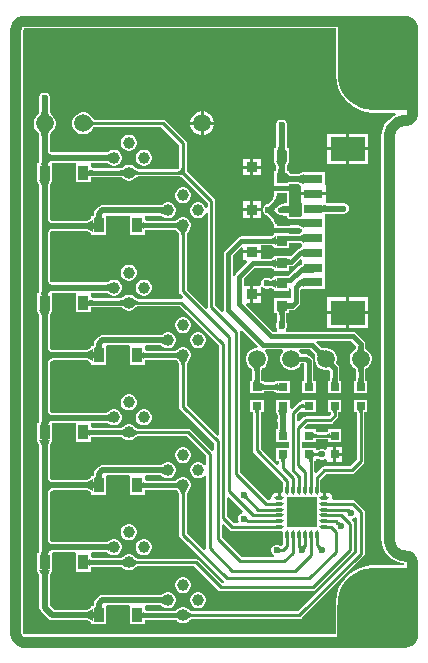
<source format=gbr>
G04*
G04 #@! TF.GenerationSoftware,Altium Limited,Altium Designer,24.1.2 (44)*
G04*
G04 Layer_Physical_Order=2*
G04 Layer_Color=16711680*
%FSLAX44Y44*%
%MOMM*%
G71*
G04*
G04 #@! TF.SameCoordinates,1B47F422-010E-43AE-BF46-818BA779A623*
G04*
G04*
G04 #@! TF.FilePolarity,Positive*
G04*
G01*
G75*
%ADD11C,0.4000*%
%ADD13C,0.8890*%
%ADD22C,0.3810*%
%ADD23C,0.5000*%
%ADD24R,3.1554X3.1594*%
%ADD25R,6.3304X4.4555*%
%ADD26R,3.1750X3.1555*%
%ADD27R,3.1533X6.3308*%
%ADD28C,1.0000*%
%ADD29C,6.3500*%
%ADD30C,0.6000*%
%ADD31R,0.8000X0.7000*%
%ADD32C,1.5000*%
%ADD33R,0.9100X1.2200*%
%ADD34R,0.9100X1.2200*%
%ADD35R,0.9500X0.9000*%
%ADD36R,2.5000X2.5000*%
G04:AMPARAMS|DCode=37|XSize=0.2746mm|YSize=0.8048mm|CornerRadius=0.1373mm|HoleSize=0mm|Usage=FLASHONLY|Rotation=180.000|XOffset=0mm|YOffset=0mm|HoleType=Round|Shape=RoundedRectangle|*
%AMROUNDEDRECTD37*
21,1,0.2746,0.5302,0,0,180.0*
21,1,0.0000,0.8048,0,0,180.0*
1,1,0.2746,0.0000,0.2651*
1,1,0.2746,0.0000,0.2651*
1,1,0.2746,0.0000,-0.2651*
1,1,0.2746,0.0000,-0.2651*
%
%ADD37ROUNDEDRECTD37*%
G04:AMPARAMS|DCode=38|XSize=0.2746mm|YSize=0.8048mm|CornerRadius=0.1373mm|HoleSize=0mm|Usage=FLASHONLY|Rotation=270.000|XOffset=0mm|YOffset=0mm|HoleType=Round|Shape=RoundedRectangle|*
%AMROUNDEDRECTD38*
21,1,0.2746,0.5302,0,0,270.0*
21,1,0.0000,0.8048,0,0,270.0*
1,1,0.2746,-0.2651,0.0000*
1,1,0.2746,-0.2651,0.0000*
1,1,0.2746,0.2651,0.0000*
1,1,0.2746,0.2651,0.0000*
%
%ADD38ROUNDEDRECTD38*%
%ADD39R,1.6000X0.8000*%
%ADD40R,3.0000X2.1000*%
%ADD41C,0.2794*%
G36*
X275435Y486000D02*
X275470Y485825D01*
Y483361D01*
X276296Y478148D01*
X277927Y473129D01*
X280323Y468426D01*
X283425Y464157D01*
X287157Y460425D01*
X291426Y457323D01*
X296129Y454926D01*
X301148Y453296D01*
X306361Y452470D01*
X311639D01*
X312404Y452591D01*
X325904D01*
X326349Y450813D01*
X323462Y449270D01*
X320314Y446687D01*
X317731Y443539D01*
X315812Y439948D01*
X314630Y436052D01*
X314236Y432055D01*
X314212Y432055D01*
X314209Y432038D01*
X314212Y432026D01*
X314208Y431903D01*
X314208Y430277D01*
Y92000D01*
X314251Y91782D01*
X314629Y87948D01*
X315811Y84052D01*
X317730Y80461D01*
X320313Y77313D01*
X323461Y74730D01*
X327052Y72811D01*
X330948Y71629D01*
X333819Y71346D01*
X333732Y69568D01*
X309000D01*
X308808Y69530D01*
X306361D01*
X301148Y68704D01*
X296129Y67073D01*
X291426Y64677D01*
X287157Y61575D01*
X283425Y57843D01*
X280323Y53574D01*
X277927Y48871D01*
X276296Y43852D01*
X275470Y38639D01*
Y36175D01*
X275435Y36000D01*
Y10792D01*
X12032D01*
X11404Y11404D01*
X10792Y12032D01*
Y522968D01*
X11404Y523596D01*
X12032Y524208D01*
X275435D01*
Y486000D01*
D02*
G37*
G36*
X341558Y36818D02*
X343642Y26756D01*
X344497Y20863D01*
X344925Y15622D01*
X344978Y13247D01*
X336088Y11424D01*
X336017Y12436D01*
X335802Y13220D01*
X335444Y13776D01*
X334943Y14104D01*
X334298Y14204D01*
X333510Y14076D01*
X332579Y13720D01*
X331628Y13202D01*
X331133Y12337D01*
X330746Y11422D01*
X330578Y10649D01*
X330627Y10016D01*
X330894Y9523D01*
X331378Y9171D01*
X332080Y8960D01*
X333000Y8890D01*
X331563Y0D01*
X329185Y54D01*
X323947Y486D01*
X318065Y1349D01*
X308035Y3454D01*
X300544Y5397D01*
X330066Y14800D01*
X339635Y44342D01*
X341558Y36818D01*
D02*
G37*
%LPC*%
G36*
X163882Y453580D02*
X163830D01*
Y444810D01*
X172600D01*
Y444862D01*
X171916Y447415D01*
X170594Y449705D01*
X168725Y451574D01*
X166435Y452896D01*
X163882Y453580D01*
D02*
G37*
G36*
X161290D02*
X161238D01*
X158685Y452896D01*
X156395Y451574D01*
X154526Y449705D01*
X153204Y447415D01*
X152520Y444862D01*
Y444810D01*
X161290D01*
Y453580D01*
D02*
G37*
G36*
X172600Y442270D02*
X163830D01*
Y433500D01*
X163882D01*
X166435Y434184D01*
X168725Y435506D01*
X170594Y437375D01*
X171916Y439665D01*
X172600Y442218D01*
Y442270D01*
D02*
G37*
G36*
X161290D02*
X152520D01*
Y442218D01*
X153204Y439665D01*
X154526Y437375D01*
X156395Y435506D01*
X158685Y434184D01*
X161238Y433500D01*
X161290D01*
Y442270D01*
D02*
G37*
G36*
X303334Y434888D02*
X287064D01*
Y423118D01*
X303334D01*
Y434888D01*
D02*
G37*
G36*
X284524D02*
X268254D01*
Y423118D01*
X284524D01*
Y434888D01*
D02*
G37*
G36*
X101393Y433980D02*
X99607D01*
X97883Y433518D01*
X96337Y432625D01*
X95075Y431363D01*
X94182Y429817D01*
X93720Y428093D01*
Y426307D01*
X94182Y424583D01*
X95075Y423037D01*
X96337Y421775D01*
X97883Y420882D01*
X99607Y420420D01*
X101393D01*
X103117Y420882D01*
X104663Y421775D01*
X105925Y423037D01*
X106818Y424583D01*
X107280Y426307D01*
Y428093D01*
X106818Y429817D01*
X105925Y431363D01*
X104663Y432625D01*
X103117Y433518D01*
X101393Y433980D01*
D02*
G37*
G36*
X303334Y420578D02*
X287064D01*
Y408808D01*
X303334D01*
Y420578D01*
D02*
G37*
G36*
X284524D02*
X268254D01*
Y408808D01*
X284524D01*
Y420578D01*
D02*
G37*
G36*
X211998Y413494D02*
X205978D01*
Y407724D01*
X211998D01*
Y413494D01*
D02*
G37*
G36*
X203438D02*
X197418D01*
Y407724D01*
X203438D01*
Y413494D01*
D02*
G37*
G36*
X114093Y421280D02*
X112307D01*
X110583Y420818D01*
X109037Y419925D01*
X107775Y418663D01*
X106882Y417117D01*
X106420Y415393D01*
Y413607D01*
X106882Y411883D01*
X107775Y410337D01*
X109037Y409075D01*
X110583Y408182D01*
X112307Y407720D01*
X114093D01*
X115817Y408182D01*
X117363Y409075D01*
X118625Y410337D01*
X119518Y411883D01*
X119980Y413607D01*
Y415393D01*
X119518Y417117D01*
X118625Y418663D01*
X117363Y419925D01*
X115817Y420818D01*
X114093Y421280D01*
D02*
G37*
G36*
X211998Y405184D02*
X205978D01*
Y399414D01*
X211998D01*
Y405184D01*
D02*
G37*
G36*
X203438D02*
X197418D01*
Y399414D01*
X203438D01*
Y405184D01*
D02*
G37*
G36*
X230659Y446778D02*
X228757D01*
X227000Y446051D01*
X225656Y444706D01*
X224928Y442949D01*
Y441048D01*
X225344Y440043D01*
Y424203D01*
X225315Y423827D01*
X225225Y423218D01*
X225112Y422746D01*
X224993Y422420D01*
X224897Y422243D01*
X224895Y422240D01*
X224844Y422234D01*
X223178D01*
Y420446D01*
X223174Y420423D01*
X223178Y420401D01*
Y411507D01*
X223174Y411484D01*
X223178Y411462D01*
Y411461D01*
X223174Y411439D01*
X223178Y411422D01*
Y409674D01*
X223806D01*
X225344Y406210D01*
Y405203D01*
X225315Y404827D01*
X225225Y404218D01*
X225112Y403746D01*
X224993Y403420D01*
X224897Y403243D01*
X224895Y403240D01*
X224844Y403234D01*
X223178D01*
Y401446D01*
X223174Y401423D01*
X223178Y401401D01*
Y390674D01*
X234405D01*
X234428Y390670D01*
X234450Y390674D01*
X236238D01*
Y392003D01*
X236261Y392012D01*
X236628Y392112D01*
X237114Y392200D01*
X238165Y392287D01*
X243650D01*
X245211Y391734D01*
X246254Y390388D01*
X246254Y389105D01*
Y385118D01*
X256794D01*
X267334D01*
Y389105D01*
X267334Y390388D01*
X266574Y391851D01*
Y402128D01*
X248847D01*
X248825Y402132D01*
X248802Y402128D01*
X247014D01*
Y401759D01*
X243825Y401015D01*
X238223D01*
X237836Y401046D01*
X237230Y401138D01*
X236761Y401252D01*
X236439Y401372D01*
X236263Y401470D01*
X236248Y401483D01*
X236238Y401566D01*
Y403234D01*
X234572D01*
X234521Y403240D01*
X234519Y403243D01*
X234423Y403420D01*
X234304Y403746D01*
X234191Y404218D01*
X234101Y404827D01*
X234072Y405203D01*
Y406210D01*
X235609Y409674D01*
X236238D01*
Y411422D01*
X236242Y411439D01*
X236238Y411461D01*
Y411462D01*
X236242Y411484D01*
X236238Y411507D01*
Y420401D01*
X236242Y420423D01*
X236238Y420446D01*
Y422234D01*
X234572D01*
X234521Y422240D01*
X234519Y422243D01*
X234423Y422420D01*
X234304Y422746D01*
X234191Y423218D01*
X234101Y423827D01*
X234072Y424203D01*
Y440043D01*
X234488Y441048D01*
Y442949D01*
X233760Y444706D01*
X232416Y446051D01*
X230659Y446778D01*
D02*
G37*
G36*
X211998Y377577D02*
X205978D01*
Y371807D01*
X211998D01*
Y377577D01*
D02*
G37*
G36*
X203438D02*
X197418D01*
Y371807D01*
X203438D01*
Y377577D01*
D02*
G37*
G36*
X30101Y469600D02*
X28199D01*
X26442Y468872D01*
X25098Y467528D01*
X24370Y465771D01*
Y463869D01*
X24786Y462864D01*
Y454616D01*
X24749Y454229D01*
X24646Y453613D01*
X24506Y453045D01*
X24330Y452523D01*
X24121Y452045D01*
X23879Y451606D01*
X23602Y451203D01*
X23290Y450830D01*
X22877Y450424D01*
X22873Y450418D01*
X22867Y450414D01*
X22801Y450314D01*
X21724Y449238D01*
X20502Y447122D01*
X19870Y444762D01*
Y442318D01*
X20502Y439958D01*
X21724Y437842D01*
X22801Y436766D01*
X22867Y436666D01*
X22873Y436662D01*
X22877Y436656D01*
X23290Y436250D01*
X23602Y435877D01*
X23879Y435473D01*
X24121Y435035D01*
X24330Y434557D01*
X24506Y434035D01*
X24646Y433467D01*
X24749Y432851D01*
X24786Y432464D01*
Y414500D01*
Y411580D01*
X24763Y411255D01*
X24679Y410634D01*
X24574Y410148D01*
X24462Y409809D01*
X24398Y409680D01*
X22820D01*
Y407892D01*
X22816Y407869D01*
X22820Y407847D01*
Y395767D01*
X22816Y395746D01*
X22817Y395738D01*
X22816Y395731D01*
X22820Y395708D01*
Y393920D01*
X23404D01*
X24786Y390499D01*
Y356782D01*
Y304500D01*
Y301580D01*
X24763Y301255D01*
X24679Y300634D01*
X24574Y300148D01*
X24462Y299809D01*
X24398Y299680D01*
X22820D01*
Y297892D01*
X22816Y297869D01*
X22820Y297847D01*
Y285767D01*
X22816Y285746D01*
X22817Y285739D01*
X22816Y285730D01*
X22820Y285708D01*
Y283920D01*
X23404D01*
X24786Y280499D01*
Y247100D01*
Y194221D01*
Y191580D01*
X24763Y191255D01*
X24679Y190634D01*
X24574Y190148D01*
X24462Y189809D01*
X24398Y189680D01*
X22820D01*
Y187892D01*
X22816Y187869D01*
X22820Y187847D01*
Y175767D01*
X22816Y175746D01*
X22817Y175739D01*
X22816Y175730D01*
X22820Y175708D01*
Y173920D01*
X23404D01*
X24786Y170499D01*
Y137100D01*
Y84782D01*
Y81580D01*
X24763Y81255D01*
X24679Y80634D01*
X24574Y80148D01*
X24462Y79809D01*
X24398Y79680D01*
X22820D01*
Y77892D01*
X22816Y77870D01*
X22820Y77847D01*
Y65767D01*
X22816Y65746D01*
X22817Y65739D01*
X22816Y65731D01*
X22820Y65708D01*
Y63920D01*
X23404D01*
X24786Y60499D01*
Y33588D01*
X25118Y31918D01*
X26064Y30502D01*
X32552Y24014D01*
X33968Y23068D01*
X35638Y22736D01*
X65100D01*
X68620Y20976D01*
Y19220D01*
X81280D01*
Y34980D01*
X82869Y35436D01*
X99731D01*
X101320Y34980D01*
X101320Y33658D01*
Y19220D01*
X113980D01*
Y22973D01*
X114184Y23056D01*
X114511Y23144D01*
X114957Y23218D01*
X115271Y23246D01*
X139385D01*
X139458Y23239D01*
X139784Y23185D01*
X140082Y23113D01*
X140354Y23024D01*
X140603Y22919D01*
X140832Y22798D01*
X141044Y22660D01*
X141243Y22505D01*
X141490Y22274D01*
X141615Y22197D01*
X142137Y21675D01*
X143683Y20782D01*
X145407Y20320D01*
X147193D01*
X148917Y20782D01*
X150463Y21675D01*
X150996Y22207D01*
X151132Y22295D01*
X151508Y22658D01*
X151840Y22944D01*
X152161Y23186D01*
X152470Y23388D01*
X152766Y23550D01*
X153050Y23677D01*
X153323Y23771D01*
X153586Y23836D01*
X153757Y23861D01*
X244778D01*
X244778Y23861D01*
X246018Y24107D01*
X247069Y24810D01*
X299076Y76817D01*
X299076Y76817D01*
X299778Y77868D01*
X300025Y79108D01*
Y114808D01*
X300025Y114808D01*
X299778Y116048D01*
X299076Y117099D01*
X292338Y123836D01*
X291287Y124539D01*
X290048Y124785D01*
X290047Y124785D01*
X273980D01*
X272518Y126546D01*
X272214Y128073D01*
X271349Y129367D01*
X270055Y130232D01*
X268528Y130536D01*
X267147D01*
Y126546D01*
X264607D01*
Y130536D01*
X264219D01*
X263226Y130536D01*
X262568Y132218D01*
Y132947D01*
X262592Y133070D01*
Y141914D01*
X267299Y146621D01*
X289052D01*
X289052Y146621D01*
X290292Y146867D01*
X291343Y147570D01*
X298962Y155189D01*
X298962Y155189D01*
X299665Y156240D01*
X299911Y157480D01*
Y198730D01*
X299927Y198905D01*
X299961Y199110D01*
X302452D01*
Y209670D01*
X290892D01*
Y199110D01*
X293383D01*
X293417Y198905D01*
X293433Y198730D01*
Y158822D01*
X287710Y153099D01*
X265957D01*
X265957Y153099D01*
X264717Y152853D01*
X263666Y152150D01*
X263666Y152150D01*
X259235Y147719D01*
X257592Y148399D01*
Y157720D01*
X257596Y157792D01*
X257612Y157926D01*
X258505D01*
Y158817D01*
X259145Y159331D01*
X259718Y159703D01*
X260173Y159896D01*
X260253Y159868D01*
X260304Y159845D01*
X260329Y159831D01*
X260334Y159827D01*
X260406Y159762D01*
X260521Y159693D01*
X261060Y159154D01*
X262817Y158426D01*
X264719D01*
X266476Y159154D01*
X268156Y158320D01*
Y157156D01*
X273426D01*
Y163196D01*
Y169236D01*
X268156D01*
Y168093D01*
X266476Y167258D01*
X264719Y167986D01*
X262817D01*
X261060Y167258D01*
X260521Y166719D01*
X260406Y166650D01*
X260334Y166585D01*
X260329Y166581D01*
X260304Y166567D01*
X260253Y166544D01*
X260173Y166516D01*
X259707Y166714D01*
X259400Y166911D01*
X258505Y167644D01*
Y168486D01*
X247081D01*
Y173926D01*
X258505D01*
Y175912D01*
X258710Y175946D01*
X258885Y175962D01*
X268536D01*
X268711Y175946D01*
X268916Y175912D01*
Y173916D01*
X280476D01*
Y184476D01*
X268916D01*
Y182490D01*
X268711Y182456D01*
X268536Y182440D01*
X258885D01*
X258710Y182456D01*
X258505Y182490D01*
Y184486D01*
X249556D01*
X248876Y186129D01*
X251786Y189039D01*
X271018D01*
X271018Y189039D01*
X272258Y189285D01*
X273309Y189988D01*
X276991Y193670D01*
X276991Y193670D01*
X277694Y194721D01*
X277940Y195961D01*
X277940Y195961D01*
Y198730D01*
X277956Y198905D01*
X277990Y199110D01*
X280481D01*
Y209670D01*
X268921D01*
Y199110D01*
X271412D01*
X271446Y198905D01*
X271462Y198730D01*
Y197303D01*
X269676Y195517D01*
X250444D01*
X250444Y195517D01*
X249204Y195271D01*
X248153Y194569D01*
X248153Y194568D01*
X244150Y190565D01*
X242507Y191245D01*
Y196524D01*
X245637Y199654D01*
X246950Y199110D01*
Y199110D01*
X258510D01*
Y209670D01*
X246950D01*
Y208831D01*
X245792Y207629D01*
X244552Y207383D01*
X243501Y206681D01*
X243501Y206680D01*
X238307Y201486D01*
X236529Y202222D01*
Y209660D01*
X224969D01*
Y200933D01*
X224965Y200910D01*
X224969Y200888D01*
Y199100D01*
X225421D01*
X226390Y195814D01*
Y194412D01*
X225974Y193408D01*
Y191506D01*
X226390Y190501D01*
Y186200D01*
X226383Y185993D01*
X226321Y185355D01*
X226238Y184829D01*
X226156Y184486D01*
X224979D01*
Y182698D01*
X224975Y182676D01*
X224979Y182654D01*
Y173926D01*
X236029D01*
Y168486D01*
X224979D01*
Y157926D01*
X227470D01*
X227504Y157721D01*
X227520Y157546D01*
Y154796D01*
X225877Y154116D01*
X212027Y167966D01*
Y198730D01*
X212043Y198905D01*
X212077Y199110D01*
X214568D01*
Y209670D01*
X203008D01*
Y199110D01*
X205499D01*
X205533Y198905D01*
X205549Y198730D01*
Y166624D01*
X205549Y166624D01*
X205795Y165384D01*
X206497Y164333D01*
X231114Y139717D01*
Y133070D01*
X231138Y132947D01*
Y132218D01*
X230480Y130536D01*
X229487Y130536D01*
X229099D01*
Y126546D01*
X226559D01*
Y130536D01*
X225178D01*
X223651Y130232D01*
X222357Y129367D01*
X221492Y128073D01*
X221188Y126546D01*
X219726Y124785D01*
X217870D01*
X194755Y147900D01*
Y266954D01*
X194602Y267724D01*
X196157Y268684D01*
X209603Y255237D01*
X208867Y253459D01*
X207566D01*
X205206Y252827D01*
X203090Y251605D01*
X201362Y249877D01*
X200140Y247761D01*
X199508Y245401D01*
Y242957D01*
X200140Y240597D01*
X201362Y238481D01*
X203090Y236753D01*
X203876Y236299D01*
X203951Y236222D01*
X204210Y236045D01*
X204349Y235918D01*
X204481Y235760D01*
X204608Y235561D01*
X204728Y235309D01*
X204839Y234997D01*
X204933Y234622D01*
X205005Y234183D01*
X205031Y233905D01*
Y226818D01*
X205005Y226527D01*
X204936Y226112D01*
X204855Y225813D01*
X204797Y225670D01*
X203008D01*
Y215110D01*
X212735D01*
X212757Y215106D01*
X212780Y215110D01*
X214568D01*
Y216464D01*
X214614Y216479D01*
X214913Y216545D01*
X215724Y216628D01*
X222701D01*
X224969Y215693D01*
Y215100D01*
X226757D01*
X226779Y215096D01*
X226781Y215096D01*
X226783Y215096D01*
X226805Y215100D01*
X236529D01*
Y225660D01*
X226808D01*
X226787Y225664D01*
X226783Y225664D01*
X226779Y225664D01*
X226757Y225660D01*
X224969D01*
Y225069D01*
X222703Y224142D01*
X215612D01*
X215385Y224159D01*
X214945Y224219D01*
X214617Y224292D01*
X214568Y224308D01*
Y225670D01*
X212780D01*
X212779Y225670D01*
X212721Y225813D01*
X212640Y226112D01*
X212571Y226527D01*
X212545Y226818D01*
Y233905D01*
X212571Y234182D01*
X212643Y234622D01*
X212737Y234997D01*
X212848Y235309D01*
X212968Y235561D01*
X213095Y235760D01*
X213227Y235918D01*
X213366Y236045D01*
X213624Y236222D01*
X213700Y236299D01*
X214486Y236753D01*
X216214Y238481D01*
X217436Y240597D01*
X218068Y242957D01*
Y245401D01*
X217436Y247761D01*
X216214Y249877D01*
X215594Y250497D01*
X216331Y252275D01*
X230540D01*
X231276Y250497D01*
X230657Y249877D01*
X229435Y247761D01*
X228803Y245401D01*
Y242957D01*
X229435Y240597D01*
X230657Y238481D01*
X232385Y236753D01*
X234501Y235532D01*
X236861Y234899D01*
X239304D01*
X241665Y235532D01*
X243781Y236753D01*
X245508Y238481D01*
X246629Y240422D01*
X248942D01*
X248973Y240391D01*
Y225670D01*
X246950D01*
Y215110D01*
X258510D01*
Y225670D01*
X256487D01*
Y241947D01*
X256201Y243385D01*
X255387Y244604D01*
X253155Y246836D01*
X251936Y247650D01*
X250498Y247936D01*
X246629D01*
X245508Y249877D01*
X244889Y250497D01*
X245625Y252275D01*
X253968D01*
X257455Y248788D01*
X257634Y248573D01*
X257894Y248211D01*
X258092Y247880D01*
X258234Y247581D01*
X258327Y247317D01*
X258379Y247087D01*
X258397Y246882D01*
X258388Y246693D01*
X258331Y246386D01*
X258332Y246278D01*
X258097Y245401D01*
Y242957D01*
X258730Y240597D01*
X259951Y238481D01*
X261679Y236753D01*
X263795Y235532D01*
X266155Y234899D01*
X268599D01*
X269322Y235093D01*
X270720Y234177D01*
X270944Y233895D01*
Y226818D01*
X270918Y226527D01*
X270849Y226112D01*
X270768Y225813D01*
X270710Y225670D01*
X268921D01*
Y215110D01*
X280481D01*
Y225670D01*
X278692D01*
X278634Y225813D01*
X278553Y226112D01*
X278484Y226527D01*
X278458Y226818D01*
Y236352D01*
X278172Y237790D01*
X277358Y239009D01*
X276729Y239637D01*
X276654Y239724D01*
X276412Y240040D01*
X276233Y240310D01*
X276116Y240527D01*
X276054Y240680D01*
X276050Y240693D01*
X276657Y242957D01*
Y245401D01*
X276025Y247761D01*
X274803Y249877D01*
X273075Y251605D01*
X270959Y252827D01*
X268599Y253459D01*
X266155D01*
X265278Y253224D01*
X265171Y253225D01*
X264863Y253168D01*
X264674Y253160D01*
X264470Y253178D01*
X264239Y253229D01*
X263976Y253322D01*
X263677Y253464D01*
X263345Y253663D01*
X262984Y253922D01*
X262769Y254101D01*
X259007Y257863D01*
X259744Y259641D01*
X288512D01*
X292915Y255238D01*
Y254454D01*
X292889Y254176D01*
X292817Y253736D01*
X292723Y253361D01*
X292612Y253050D01*
X292491Y252798D01*
X292365Y252598D01*
X292233Y252441D01*
X292094Y252313D01*
X291835Y252136D01*
X291760Y252059D01*
X290974Y251605D01*
X289246Y249877D01*
X288024Y247761D01*
X287392Y245401D01*
Y242957D01*
X288024Y240597D01*
X289246Y238481D01*
X290974Y236753D01*
X291760Y236299D01*
X291835Y236222D01*
X292094Y236045D01*
X292233Y235918D01*
X292365Y235760D01*
X292491Y235561D01*
X292612Y235309D01*
X292723Y234997D01*
X292817Y234622D01*
X292889Y234183D01*
X292915Y233905D01*
Y226818D01*
X292889Y226527D01*
X292820Y226112D01*
X292739Y225813D01*
X292681Y225670D01*
X290892D01*
Y215110D01*
X302452D01*
Y225670D01*
X300663D01*
X300605Y225813D01*
X300524Y226112D01*
X300455Y226527D01*
X300429Y226818D01*
Y233905D01*
X300455Y234182D01*
X300527Y234622D01*
X300621Y234997D01*
X300732Y235309D01*
X300852Y235561D01*
X300979Y235760D01*
X301110Y235918D01*
X301250Y236045D01*
X301508Y236222D01*
X301584Y236299D01*
X302370Y236753D01*
X304098Y238481D01*
X305319Y240597D01*
X305952Y242957D01*
Y245401D01*
X305319Y247761D01*
X304098Y249877D01*
X302370Y251605D01*
X301583Y252059D01*
X301508Y252136D01*
X301250Y252313D01*
X301110Y252441D01*
X300979Y252598D01*
X300852Y252798D01*
X300732Y253050D01*
X300621Y253361D01*
X300527Y253736D01*
X300455Y254176D01*
X300429Y254454D01*
Y256794D01*
X300143Y258232D01*
X299329Y259451D01*
X292725Y266055D01*
X291506Y266869D01*
X290068Y267155D01*
X233850D01*
X233113Y268933D01*
X233760Y269580D01*
X234488Y271337D01*
Y273239D01*
X233760Y274996D01*
X233488Y275268D01*
X233465Y275606D01*
Y281776D01*
X233491Y282068D01*
X233560Y282486D01*
X233641Y282789D01*
X233696Y282924D01*
X236238D01*
Y285215D01*
X236373Y285270D01*
X236676Y285352D01*
X237094Y285421D01*
X237386Y285447D01*
X238658D01*
X240096Y285733D01*
X241315Y286547D01*
X244465Y289697D01*
X245279Y290916D01*
X245565Y292354D01*
Y302273D01*
X247014Y303068D01*
X266574D01*
Y314628D01*
X266574D01*
Y315568D01*
X266574D01*
Y326290D01*
X266574Y327598D01*
X266574Y328906D01*
Y339628D01*
X266574D01*
Y340568D01*
X266574D01*
Y351290D01*
X266574Y352598D01*
X266574Y353906D01*
Y363790D01*
X266574Y364628D01*
X266574Y366749D01*
X266918Y366832D01*
X267422Y366911D01*
X268414Y366984D01*
X279730D01*
X280735Y366568D01*
X282637D01*
X284394Y367296D01*
X285738Y368640D01*
X286466Y370397D01*
Y372299D01*
X285738Y374056D01*
X284394Y375400D01*
X282637Y376128D01*
X280735D01*
X279730Y375712D01*
X268293D01*
X268082Y375719D01*
X267846Y375742D01*
X267347Y377269D01*
X267334Y377464D01*
X267334Y378591D01*
Y382578D01*
X256794D01*
X246254D01*
Y378591D01*
X246254Y377308D01*
X247014Y375845D01*
Y366406D01*
X247014Y365568D01*
X245833Y364279D01*
X244113Y364068D01*
X238285D01*
X237855Y364106D01*
X237260Y364205D01*
X236802Y364328D01*
X236488Y364456D01*
X236312Y364563D01*
X236245Y364624D01*
X236238Y364635D01*
Y367317D01*
X230949D01*
X230941Y367319D01*
X230323Y367350D01*
X229791Y367430D01*
X229250Y367565D01*
X228695Y367760D01*
X228126Y368016D01*
X227540Y368338D01*
X226940Y368728D01*
X226880Y368773D01*
X226527Y370463D01*
X226615Y371023D01*
X227153Y371561D01*
X227536Y371886D01*
X228150Y372347D01*
X228750Y372737D01*
X229335Y373059D01*
X229904Y373315D01*
X230459Y373509D01*
X231001Y373644D01*
X231533Y373724D01*
X232150Y373755D01*
X232159Y373757D01*
X236238D01*
Y386317D01*
X223178D01*
Y382738D01*
X223176Y382729D01*
X223145Y382112D01*
X223065Y381580D01*
X222930Y381038D01*
X222736Y380484D01*
X222479Y379914D01*
X222158Y379329D01*
X221768Y378729D01*
X221307Y378115D01*
X220981Y377732D01*
X218361Y375112D01*
X217743D01*
X215986Y374384D01*
X214642Y373040D01*
X213914Y371283D01*
Y369381D01*
X214642Y367624D01*
X215986Y366280D01*
X217434Y365680D01*
X219563Y363551D01*
X220968Y361912D01*
X221585Y361073D01*
X222104Y360272D01*
X222514Y359528D01*
X222818Y358848D01*
X223021Y358237D01*
X223134Y357698D01*
X223178Y357100D01*
Y354757D01*
X234407D01*
X234429Y354753D01*
X234432Y354753D01*
X234434Y354753D01*
X234456Y354757D01*
X236238D01*
Y355225D01*
X237919Y355341D01*
X243528D01*
X246801Y353818D01*
X247014Y352128D01*
X247014Y351282D01*
X244661Y350105D01*
X236409D01*
X236238Y350113D01*
Y350401D01*
X234458D01*
X234437Y350405D01*
X234414Y350401D01*
X223178D01*
Y349054D01*
X220825Y347878D01*
X195785D01*
X194347Y347592D01*
X193128Y346777D01*
X182001Y335651D01*
X181187Y334432D01*
X180901Y332994D01*
Y285496D01*
X181107Y284458D01*
X179698Y283434D01*
X179641Y283410D01*
X173673Y289378D01*
Y377666D01*
X173673Y377666D01*
X173427Y378906D01*
X172724Y379957D01*
X150609Y402073D01*
X150423Y402305D01*
X150207Y402622D01*
X150023Y402945D01*
X149869Y403278D01*
X149743Y403623D01*
X149644Y403982D01*
X149572Y404358D01*
X149539Y404654D01*
Y426470D01*
X149293Y427710D01*
X148590Y428760D01*
X148590Y428760D01*
X131521Y445830D01*
X130470Y446533D01*
X129230Y446779D01*
X129230Y446779D01*
X71438D01*
X71268Y446795D01*
X70988Y446841D01*
X70772Y446896D01*
X70622Y446951D01*
X70533Y446997D01*
X70531Y446998D01*
X70498Y447122D01*
X69276Y449238D01*
X67548Y450966D01*
X65432Y452188D01*
X63072Y452820D01*
X60628D01*
X58268Y452188D01*
X56152Y450966D01*
X54424Y449238D01*
X53202Y447122D01*
X52570Y444762D01*
Y442318D01*
X53202Y439958D01*
X54424Y437842D01*
X56152Y436114D01*
X58268Y434892D01*
X60628Y434260D01*
X63072D01*
X65432Y434892D01*
X67548Y436114D01*
X69276Y437842D01*
X70498Y439958D01*
X70531Y440081D01*
X70533Y440083D01*
X70622Y440129D01*
X70772Y440184D01*
X70988Y440239D01*
X71268Y440285D01*
X71438Y440301D01*
X127888D01*
X143061Y425128D01*
Y405622D01*
X143027Y405432D01*
X142979Y405289D01*
X142941Y405217D01*
X142915Y405185D01*
X142883Y405159D01*
X142811Y405121D01*
X142668Y405073D01*
X142478Y405039D01*
X107957D01*
X107786Y405064D01*
X107523Y405129D01*
X107250Y405223D01*
X106966Y405350D01*
X106670Y405512D01*
X106361Y405714D01*
X106039Y405956D01*
X105708Y406242D01*
X105332Y406605D01*
X105196Y406693D01*
X104663Y407225D01*
X103117Y408118D01*
X101393Y408580D01*
X99607D01*
X97883Y408118D01*
X96337Y407225D01*
X95815Y406703D01*
X95690Y406626D01*
X95443Y406395D01*
X95244Y406240D01*
X95032Y406102D01*
X94803Y405981D01*
X94554Y405876D01*
X94282Y405787D01*
X93984Y405715D01*
X93658Y405661D01*
X93586Y405654D01*
X69845D01*
X68180Y406829D01*
X68180Y409680D01*
X69769Y410136D01*
X81496D01*
X81733Y410111D01*
X82057Y410058D01*
X82330Y409996D01*
X82550Y409928D01*
X82716Y409861D01*
X82830Y409801D01*
X82898Y409755D01*
X83025Y409643D01*
X83132Y409580D01*
X83637Y409075D01*
X85183Y408182D01*
X86907Y407720D01*
X88693D01*
X90417Y408182D01*
X91963Y409075D01*
X93225Y410337D01*
X94118Y411883D01*
X94580Y413607D01*
Y415393D01*
X94118Y417117D01*
X93225Y418663D01*
X91963Y419925D01*
X90417Y420818D01*
X88693Y421280D01*
X86907D01*
X85183Y420818D01*
X83637Y419925D01*
X83132Y419420D01*
X83025Y419357D01*
X82898Y419245D01*
X82830Y419199D01*
X82716Y419139D01*
X82550Y419072D01*
X82330Y419005D01*
X82057Y418942D01*
X81755Y418893D01*
X81404Y418864D01*
X35865D01*
X35297Y418964D01*
X34822Y419122D01*
X34464Y419315D01*
X34190Y419540D01*
X33965Y419814D01*
X33772Y420173D01*
X33614Y420647D01*
X33514Y421215D01*
Y432464D01*
X33551Y432851D01*
X33654Y433467D01*
X33794Y434035D01*
X33970Y434557D01*
X34179Y435035D01*
X34421Y435474D01*
X34698Y435877D01*
X35010Y436250D01*
X35423Y436656D01*
X35427Y436662D01*
X35433Y436666D01*
X35499Y436766D01*
X36576Y437842D01*
X37798Y439958D01*
X38430Y442318D01*
Y444762D01*
X37798Y447122D01*
X36576Y449238D01*
X35499Y450314D01*
X35433Y450414D01*
X35427Y450418D01*
X35423Y450424D01*
X35010Y450830D01*
X34698Y451203D01*
X34421Y451607D01*
X34179Y452045D01*
X33970Y452523D01*
X33794Y453045D01*
X33654Y453613D01*
X33551Y454229D01*
X33514Y454616D01*
Y462864D01*
X33930Y463869D01*
Y465771D01*
X33202Y467528D01*
X31858Y468872D01*
X30101Y469600D01*
D02*
G37*
G36*
X211998Y369267D02*
X205978D01*
Y363497D01*
X211998D01*
Y369267D01*
D02*
G37*
G36*
X203438D02*
X197418D01*
Y363497D01*
X203438D01*
Y369267D01*
D02*
G37*
G36*
X303334Y296388D02*
X287064D01*
Y284618D01*
X303334D01*
Y296388D01*
D02*
G37*
G36*
X284524D02*
X268254D01*
Y284618D01*
X284524D01*
Y296388D01*
D02*
G37*
G36*
X303334Y282078D02*
X287064D01*
Y270308D01*
X303334D01*
Y282078D01*
D02*
G37*
G36*
X284524D02*
X268254D01*
Y270308D01*
X284524D01*
Y282078D01*
D02*
G37*
G36*
X281236Y169236D02*
X275966D01*
Y164466D01*
X281236D01*
Y169236D01*
D02*
G37*
G36*
Y161926D02*
X275966D01*
Y157156D01*
X281236D01*
Y161926D01*
D02*
G37*
%LPD*%
G36*
X232230Y424473D02*
X232297Y423623D01*
X232408Y422873D01*
X232563Y422223D01*
X232763Y421673D01*
X233007Y421223D01*
X233295Y420873D01*
X233629Y420623D01*
X234006Y420473D01*
X234428Y420423D01*
X224988D01*
X225410Y420473D01*
X225788Y420623D01*
X226120Y420873D01*
X226409Y421223D01*
X226653Y421673D01*
X226853Y422223D01*
X227008Y422873D01*
X227119Y423623D01*
X227186Y424473D01*
X227208Y425423D01*
X232208D01*
X232230Y424473D01*
D02*
G37*
G36*
X232208Y406484D02*
X227208D01*
X224988Y411484D01*
X234428D01*
X232208Y406484D01*
D02*
G37*
G36*
X232230Y405473D02*
X232297Y404623D01*
X232408Y403873D01*
X232563Y403223D01*
X232763Y402673D01*
X233007Y402223D01*
X233295Y401873D01*
X233629Y401623D01*
X234006Y401473D01*
X234428Y401423D01*
X224988D01*
X225410Y401473D01*
X225788Y401623D01*
X226120Y401873D01*
X226409Y402223D01*
X226653Y402673D01*
X226853Y403223D01*
X227008Y403873D01*
X227119Y404623D01*
X227186Y405473D01*
X227208Y406423D01*
X232208D01*
X232230Y405473D01*
D02*
G37*
G36*
X234478Y400992D02*
X234627Y400605D01*
X234877Y400265D01*
X235228Y399969D01*
X235678Y399719D01*
X236227Y399515D01*
X236877Y399356D01*
X237628Y399242D01*
X238477Y399174D01*
X239428Y399151D01*
Y394151D01*
X238477Y394134D01*
X236877Y394001D01*
X236227Y393884D01*
X235678Y393734D01*
X235228Y393551D01*
X234877Y393334D01*
X234627Y393084D01*
X234478Y392801D01*
X234428Y392484D01*
Y401423D01*
X234478Y400992D01*
D02*
G37*
G36*
X248825Y392379D02*
X243825Y394151D01*
Y399151D01*
X248825Y400317D01*
Y392379D01*
D02*
G37*
G36*
X31675Y454782D02*
X31750Y453993D01*
X31875Y453245D01*
X32050Y452537D01*
X32275Y451868D01*
X32550Y451240D01*
X32875Y450653D01*
X33250Y450105D01*
X33675Y449598D01*
X34150Y449130D01*
X24150D01*
X24625Y449598D01*
X25050Y450105D01*
X25425Y450653D01*
X25750Y451240D01*
X26025Y451868D01*
X26250Y452537D01*
X26425Y453245D01*
X26550Y453993D01*
X26625Y454782D01*
X26650Y455611D01*
X31650D01*
X31675Y454782D01*
D02*
G37*
G36*
X68943Y446069D02*
X69118Y445831D01*
X69334Y445621D01*
X69592Y445440D01*
X69891Y445286D01*
X70232Y445160D01*
X70615Y445063D01*
X71039Y444993D01*
X71505Y444951D01*
X72013Y444937D01*
Y442143D01*
X71505Y442129D01*
X71039Y442087D01*
X70615Y442017D01*
X70232Y441920D01*
X69891Y441794D01*
X69592Y441640D01*
X69334Y441459D01*
X69118Y441249D01*
X68943Y441011D01*
X68810Y440746D01*
Y446334D01*
X68943Y446069D01*
D02*
G37*
G36*
X33675Y437482D02*
X33250Y436975D01*
X32875Y436427D01*
X32550Y435840D01*
X32275Y435212D01*
X32050Y434543D01*
X31875Y433835D01*
X31750Y433087D01*
X31675Y432298D01*
X31650Y431469D01*
X26650D01*
X26625Y432298D01*
X26550Y433087D01*
X26425Y433835D01*
X26250Y434543D01*
X26025Y435212D01*
X25750Y435840D01*
X25425Y436427D01*
X25050Y436975D01*
X24625Y437482D01*
X24150Y437950D01*
X34150D01*
X33675Y437482D01*
D02*
G37*
G36*
X84229Y411000D02*
X84015Y411190D01*
X83765Y411360D01*
X83479Y411510D01*
X83157Y411640D01*
X82799Y411750D01*
X82405Y411840D01*
X81975Y411910D01*
X81510Y411960D01*
X80470Y412000D01*
Y417000D01*
X81008Y417010D01*
X81975Y417090D01*
X82405Y417160D01*
X82799Y417250D01*
X83157Y417360D01*
X83479Y417490D01*
X83765Y417640D01*
X84015Y417810D01*
X84229Y418000D01*
Y411000D01*
D02*
G37*
G36*
X31700Y421050D02*
X31850Y420200D01*
X32100Y419450D01*
X32450Y418800D01*
X32900Y418250D01*
X33450Y417800D01*
X34100Y417450D01*
X34850Y417200D01*
X35700Y417050D01*
X36650Y417000D01*
Y412000D01*
X35700Y411950D01*
X34850Y411800D01*
X34100Y411550D01*
X33450Y411200D01*
X32900Y410750D01*
X32450Y410200D01*
X32100Y409550D01*
X32056Y409418D01*
X32155Y409119D01*
X32377Y408670D01*
X32640Y408320D01*
X32943Y408069D01*
X33286Y407920D01*
X33670Y407869D01*
X31696D01*
X31650Y407000D01*
X31070Y407869D01*
X24630D01*
X25014Y407920D01*
X25357Y408069D01*
X25661Y408320D01*
X25923Y408670D01*
X26145Y409119D01*
X26327Y409669D01*
X26468Y410320D01*
X26569Y411069D01*
X26630Y411920D01*
X26650Y412869D01*
X27737D01*
X26650Y414500D01*
X31650Y422000D01*
X31700Y421050D01*
D02*
G37*
G36*
X104484Y404900D02*
X104900Y404543D01*
X105317Y404227D01*
X105737Y403954D01*
X106159Y403723D01*
X106583Y403534D01*
X107009Y403386D01*
X107438Y403281D01*
X107868Y403218D01*
X108301Y403197D01*
Y400403D01*
X107868Y400382D01*
X107438Y400319D01*
X107009Y400214D01*
X106583Y400066D01*
X106159Y399877D01*
X105737Y399646D01*
X105317Y399372D01*
X104900Y399057D01*
X104484Y398700D01*
X104071Y398300D01*
Y400395D01*
X101913Y400385D01*
Y403215D01*
X101957Y403212D01*
X102080Y403209D01*
X104071Y403203D01*
Y405300D01*
X104484Y404900D01*
D02*
G37*
G36*
X147697Y405173D02*
X147717Y404622D01*
X147776Y404088D01*
X147875Y403570D01*
X148013Y403068D01*
X148191Y402583D01*
X148408Y402114D01*
X148665Y401662D01*
X148961Y401226D01*
X149297Y400806D01*
X149673Y400403D01*
X147697Y398427D01*
X147294Y398803D01*
X146874Y399139D01*
X146438Y399435D01*
X145986Y399692D01*
X145517Y399909D01*
X145032Y400087D01*
X144530Y400225D01*
X144012Y400324D01*
X143478Y400383D01*
X142927Y400403D01*
X142109Y403197D01*
X142640Y403225D01*
X143115Y403309D01*
X143534Y403448D01*
X143897Y403644D01*
X144205Y403895D01*
X144456Y404203D01*
X144652Y404566D01*
X144791Y404985D01*
X144875Y405460D01*
X144903Y405991D01*
X147697Y405173D01*
D02*
G37*
G36*
X96929Y398300D02*
X96624Y398585D01*
X96298Y398840D01*
X95951Y399065D01*
X95582Y399260D01*
X95191Y399425D01*
X94779Y399560D01*
X94346Y399665D01*
X93891Y399740D01*
X93415Y399785D01*
X92917Y399800D01*
Y403800D01*
X93415Y403815D01*
X93891Y403860D01*
X94346Y403935D01*
X94779Y404040D01*
X95191Y404175D01*
X95582Y404340D01*
X95951Y404535D01*
X96298Y404760D01*
X96624Y405015D01*
X96929Y405300D01*
Y398300D01*
D02*
G37*
G36*
X66385Y405420D02*
X66510Y405080D01*
X66715Y404780D01*
X66999Y404520D01*
X67362Y404300D01*
X67805Y404120D01*
X68327Y403980D01*
X68928Y403880D01*
X69609Y403820D01*
X70370Y403800D01*
Y399800D01*
X69609Y399780D01*
X68928Y399720D01*
X68327Y399620D01*
X67805Y399480D01*
X67362Y399300D01*
X66999Y399080D01*
X66715Y398820D01*
X66510Y398520D01*
X66385Y398180D01*
X66339Y397800D01*
Y405800D01*
X66385Y405420D01*
D02*
G37*
G36*
X31650Y390731D02*
X26650D01*
X24630Y395731D01*
X33670D01*
X31650Y390731D01*
D02*
G37*
G36*
X55520Y409680D02*
X55520Y408358D01*
Y393920D01*
X68180D01*
Y397673D01*
X68383Y397756D01*
X68712Y397844D01*
X69157Y397918D01*
X69471Y397946D01*
X93586D01*
X93658Y397939D01*
X93984Y397885D01*
X94282Y397813D01*
X94554Y397724D01*
X94803Y397619D01*
X95032Y397498D01*
X95244Y397360D01*
X95443Y397205D01*
X95690Y396974D01*
X95815Y396897D01*
X96337Y396375D01*
X97883Y395482D01*
X99607Y395020D01*
X101393D01*
X103117Y395482D01*
X104663Y396375D01*
X105196Y396907D01*
X105332Y396995D01*
X105708Y397358D01*
X106039Y397644D01*
X106361Y397886D01*
X106670Y398088D01*
X106966Y398250D01*
X107250Y398377D01*
X107523Y398471D01*
X107786Y398536D01*
X107957Y398561D01*
X143446D01*
X143742Y398528D01*
X144118Y398456D01*
X144477Y398357D01*
X144822Y398231D01*
X145155Y398077D01*
X145478Y397893D01*
X145795Y397677D01*
X146027Y397492D01*
X167195Y376324D01*
Y372282D01*
X165417Y372048D01*
X165318Y372417D01*
X164425Y373963D01*
X163163Y375225D01*
X161617Y376118D01*
X159893Y376580D01*
X158107D01*
X156383Y376118D01*
X154837Y375225D01*
X153575Y373963D01*
X152682Y372417D01*
X152220Y370693D01*
Y368907D01*
X152682Y367183D01*
X153575Y365637D01*
X154837Y364375D01*
X156383Y363482D01*
X158107Y363020D01*
X159893D01*
X161617Y363482D01*
X163163Y364375D01*
X164425Y365637D01*
X165318Y367183D01*
X165417Y367552D01*
X167195Y367318D01*
Y288036D01*
X167195Y288036D01*
X167278Y287615D01*
X165640Y286739D01*
X149539Y302840D01*
Y349643D01*
X149564Y349814D01*
X149629Y350077D01*
X149723Y350350D01*
X149850Y350634D01*
X150012Y350930D01*
X150214Y351239D01*
X150456Y351561D01*
X150742Y351892D01*
X151105Y352268D01*
X151193Y352405D01*
X151725Y352937D01*
X152618Y354483D01*
X153080Y356207D01*
Y357993D01*
X152618Y359717D01*
X151725Y361263D01*
X150463Y362525D01*
X148917Y363418D01*
X147193Y363880D01*
X145407D01*
X143683Y363418D01*
X142137Y362525D01*
X141615Y362003D01*
X141490Y361926D01*
X141243Y361695D01*
X141044Y361540D01*
X140832Y361402D01*
X140603Y361281D01*
X140354Y361176D01*
X140082Y361087D01*
X139784Y361015D01*
X139458Y360961D01*
X139385Y360954D01*
X115645D01*
X113980Y362129D01*
X113980Y364980D01*
X115569Y365436D01*
X127296D01*
X127533Y365411D01*
X127857Y365358D01*
X128130Y365296D01*
X128350Y365228D01*
X128516Y365161D01*
X128631Y365101D01*
X128698Y365055D01*
X128825Y364943D01*
X128932Y364880D01*
X129437Y364375D01*
X130983Y363482D01*
X132707Y363020D01*
X134493D01*
X136217Y363482D01*
X137763Y364375D01*
X139025Y365637D01*
X139918Y367183D01*
X140380Y368907D01*
Y370693D01*
X139918Y372417D01*
X139025Y373963D01*
X137763Y375225D01*
X136217Y376118D01*
X134493Y376580D01*
X132707D01*
X130983Y376118D01*
X129437Y375225D01*
X128932Y374720D01*
X128825Y374657D01*
X128698Y374545D01*
X128631Y374499D01*
X128516Y374439D01*
X128350Y374372D01*
X128130Y374305D01*
X127857Y374242D01*
X127555Y374193D01*
X127204Y374164D01*
X77879D01*
X76209Y373832D01*
X74793Y372886D01*
X71864Y369957D01*
X70918Y368541D01*
X70586Y366871D01*
Y365626D01*
X70544Y365234D01*
X70500Y364980D01*
X68620D01*
Y362906D01*
X65100Y361146D01*
X35865D01*
X35297Y361246D01*
X34822Y361404D01*
X34464Y361597D01*
X34190Y361822D01*
X33965Y362096D01*
X33772Y362455D01*
X33614Y362929D01*
X33514Y363497D01*
Y390499D01*
X34896Y393920D01*
X35480D01*
Y395708D01*
X35484Y395731D01*
X35483Y395738D01*
X35484Y395746D01*
X35480Y395767D01*
Y407847D01*
X35484Y407869D01*
X35480Y407892D01*
Y409680D01*
X37069Y410136D01*
X53931D01*
X55520Y409680D01*
D02*
G37*
G36*
X232059Y375568D02*
X231352Y375532D01*
X230645Y375426D01*
X229938Y375250D01*
X229231Y375002D01*
X228524Y374684D01*
X227817Y374295D01*
X227110Y373835D01*
X226403Y373305D01*
X225695Y372704D01*
X224988Y372032D01*
X221453Y375568D01*
X222125Y376275D01*
X222726Y376982D01*
X223256Y377689D01*
X223716Y378396D01*
X224105Y379103D01*
X224423Y379810D01*
X224670Y380518D01*
X224847Y381225D01*
X224953Y381932D01*
X224988Y382639D01*
X232059Y375568D01*
D02*
G37*
G36*
X264813Y375038D02*
X264963Y374789D01*
X265214Y374568D01*
X265564Y374377D01*
X266014Y374215D01*
X266563Y374083D01*
X267213Y373980D01*
X267964Y373907D01*
X269764Y373848D01*
Y368848D01*
X268813Y368833D01*
X267213Y368716D01*
X266563Y368613D01*
X266014Y368481D01*
X265564Y368319D01*
X265214Y368128D01*
X264963Y367907D01*
X264813Y367658D01*
X264764Y367379D01*
Y375317D01*
X264813Y375038D01*
D02*
G37*
G36*
X130029Y366300D02*
X129815Y366490D01*
X129565Y366660D01*
X129279Y366810D01*
X128957Y366940D01*
X128599Y367050D01*
X128205Y367140D01*
X127775Y367210D01*
X127310Y367260D01*
X126270Y367300D01*
Y372300D01*
X126808Y372310D01*
X127775Y372390D01*
X128205Y372460D01*
X128599Y372550D01*
X128957Y372660D01*
X129279Y372790D01*
X129565Y372940D01*
X129815Y373110D01*
X130029Y373300D01*
Y366300D01*
D02*
G37*
G36*
X77462Y366167D02*
X77558Y364981D01*
X77642Y364497D01*
X77750Y364087D01*
X77882Y363751D01*
X78039Y363488D01*
X78219Y363298D01*
X78423Y363182D01*
X78651Y363139D01*
X71248D01*
X71477Y363182D01*
X71681Y363298D01*
X71861Y363488D01*
X72017Y363751D01*
X72150Y364087D01*
X72258Y364497D01*
X72342Y364981D01*
X72402Y365537D01*
X72450Y366871D01*
X77450D01*
X77462Y366167D01*
D02*
G37*
G36*
X224486Y368371D02*
X225193Y367770D01*
X225900Y367239D01*
X226607Y366780D01*
X227314Y366391D01*
X228022Y366072D01*
X228729Y365825D01*
X229436Y365648D01*
X230143Y365542D01*
X230850Y365507D01*
X224988Y357226D01*
X224935Y357951D01*
X224776Y358711D01*
X224511Y359507D01*
X224140Y360337D01*
X223663Y361204D01*
X223079Y362105D01*
X222390Y363042D01*
X220693Y365022D01*
X219685Y366065D01*
X223779Y369042D01*
X224486Y368371D01*
D02*
G37*
G36*
X234453Y364230D02*
X234608Y363805D01*
X234862Y363430D01*
X235217Y363105D01*
X235670Y362830D01*
X236223Y362605D01*
X236875Y362430D01*
X237626Y362305D01*
X238477Y362230D01*
X239428Y362205D01*
Y357205D01*
X238477Y357198D01*
X235228Y356975D01*
X234877Y356893D01*
X234627Y356797D01*
X234478Y356689D01*
X234428Y356568D01*
X234397Y364705D01*
X234453Y364230D01*
D02*
G37*
G36*
X248825Y354879D02*
X243825Y357205D01*
Y362205D01*
X248825Y362817D01*
Y354879D01*
D02*
G37*
G36*
X142729Y353600D02*
X142424Y353885D01*
X142098Y354140D01*
X141751Y354365D01*
X141382Y354560D01*
X140991Y354725D01*
X140579Y354860D01*
X140146Y354965D01*
X139691Y355040D01*
X139215Y355085D01*
X138717Y355100D01*
Y359100D01*
X139215Y359115D01*
X139691Y359160D01*
X140146Y359235D01*
X140579Y359340D01*
X140991Y359475D01*
X141382Y359640D01*
X141751Y359835D01*
X142098Y360060D01*
X142424Y360315D01*
X142729Y360600D01*
Y353600D01*
D02*
G37*
G36*
X112185Y360720D02*
X112310Y360380D01*
X112515Y360080D01*
X112799Y359820D01*
X113162Y359600D01*
X113605Y359420D01*
X114127Y359280D01*
X114728Y359180D01*
X115409Y359120D01*
X116170Y359100D01*
Y355100D01*
X115409Y355080D01*
X114728Y355020D01*
X114127Y354920D01*
X113605Y354780D01*
X113162Y354600D01*
X112799Y354380D01*
X112515Y354120D01*
X112310Y353820D01*
X112185Y353480D01*
X112139Y353100D01*
Y361100D01*
X112185Y360720D01*
D02*
G37*
G36*
X70430Y351782D02*
X65430Y354282D01*
Y359282D01*
X70430Y361782D01*
Y351782D01*
D02*
G37*
G36*
X147712Y355643D02*
X147709Y355520D01*
X147703Y353529D01*
X149800D01*
X149400Y353116D01*
X149043Y352700D01*
X148728Y352283D01*
X148454Y351863D01*
X148223Y351441D01*
X148034Y351017D01*
X147886Y350591D01*
X147781Y350162D01*
X147718Y349732D01*
X147697Y349299D01*
X144903D01*
X144882Y349732D01*
X144819Y350162D01*
X144714Y350591D01*
X144566Y351017D01*
X144377Y351441D01*
X144146Y351863D01*
X143872Y352283D01*
X143557Y352700D01*
X143200Y353116D01*
X142800Y353529D01*
X144895D01*
X144885Y355687D01*
X147715D01*
X147712Y355643D01*
D02*
G37*
G36*
X31700Y363332D02*
X31850Y362482D01*
X32100Y361732D01*
X32450Y361082D01*
X32900Y360532D01*
X33450Y360082D01*
X34100Y359732D01*
X34850Y359482D01*
X35700Y359332D01*
X36650Y359282D01*
Y354282D01*
X35700Y354232D01*
X34850Y354082D01*
X34100Y353832D01*
X33450Y353482D01*
X32900Y353032D01*
X32450Y352482D01*
X32100Y351832D01*
X31850Y351082D01*
X31700Y350232D01*
X31650Y349282D01*
X26650Y356782D01*
X31650Y364282D01*
X31700Y363332D01*
D02*
G37*
G36*
X101320Y364980D02*
X101320Y363658D01*
Y349220D01*
X113980D01*
Y352974D01*
X114184Y353056D01*
X114511Y353144D01*
X114957Y353218D01*
X115271Y353246D01*
X139385D01*
X139458Y353239D01*
X139784Y353185D01*
X140082Y353113D01*
X140354Y353024D01*
X140603Y352919D01*
X140832Y352798D01*
X141044Y352660D01*
X141243Y352505D01*
X141490Y352274D01*
X141492Y352273D01*
X141495Y352268D01*
X141858Y351892D01*
X142144Y351561D01*
X142386Y351239D01*
X142588Y350930D01*
X142750Y350634D01*
X142877Y350350D01*
X142971Y350077D01*
X143036Y349814D01*
X143061Y349643D01*
Y301498D01*
X143061Y301498D01*
X143307Y300258D01*
X144010Y299207D01*
X146291Y296926D01*
X146233Y296565D01*
X144826Y295039D01*
X144826Y295039D01*
X107957D01*
X107786Y295064D01*
X107523Y295129D01*
X107250Y295223D01*
X106966Y295350D01*
X106670Y295512D01*
X106361Y295714D01*
X106039Y295956D01*
X105708Y296242D01*
X105332Y296605D01*
X105196Y296693D01*
X104663Y297225D01*
X103117Y298118D01*
X101393Y298580D01*
X99607D01*
X97883Y298118D01*
X96337Y297225D01*
X95815Y296703D01*
X95690Y296626D01*
X95443Y296395D01*
X95244Y296240D01*
X95032Y296102D01*
X94803Y295981D01*
X94554Y295876D01*
X94282Y295787D01*
X93984Y295715D01*
X93658Y295661D01*
X93586Y295654D01*
X69845D01*
X68180Y296829D01*
X68180Y299680D01*
X69769Y300136D01*
X81496D01*
X81733Y300111D01*
X82057Y300058D01*
X82330Y299996D01*
X82550Y299928D01*
X82716Y299861D01*
X82830Y299801D01*
X82898Y299755D01*
X83025Y299643D01*
X83132Y299580D01*
X83637Y299075D01*
X85183Y298182D01*
X86907Y297720D01*
X88693D01*
X90417Y298182D01*
X91963Y299075D01*
X93225Y300337D01*
X94118Y301883D01*
X94580Y303607D01*
Y305393D01*
X94118Y307117D01*
X93225Y308663D01*
X91963Y309925D01*
X90417Y310818D01*
X88693Y311280D01*
X86907D01*
X85183Y310818D01*
X83637Y309925D01*
X83132Y309420D01*
X83025Y309357D01*
X82898Y309245D01*
X82830Y309199D01*
X82716Y309139D01*
X82550Y309072D01*
X82330Y309004D01*
X82057Y308942D01*
X81755Y308893D01*
X81404Y308864D01*
X35865D01*
X35297Y308964D01*
X34822Y309122D01*
X34464Y309315D01*
X34190Y309540D01*
X33965Y309814D01*
X33772Y310173D01*
X33614Y310647D01*
X33514Y311215D01*
Y350067D01*
X33614Y350635D01*
X33772Y351110D01*
X33965Y351468D01*
X34190Y351743D01*
X34464Y351967D01*
X34822Y352160D01*
X35297Y352318D01*
X35865Y352418D01*
X65100D01*
X68620Y350658D01*
Y349220D01*
X81280D01*
Y364980D01*
X82869Y365436D01*
X99731D01*
X101320Y364980D01*
D02*
G37*
G36*
X248825Y342538D02*
X245014Y344443D01*
Y348253D01*
X248825Y350158D01*
Y342538D01*
D02*
G37*
G36*
X234466Y348526D02*
X234580Y348469D01*
X234770Y348418D01*
X235037Y348374D01*
X235380Y348337D01*
X236866Y348266D01*
X238237Y348253D01*
Y344443D01*
X237513Y344424D01*
X236865Y344367D01*
X236292Y344272D01*
X235794Y344138D01*
X235372Y343967D01*
X235026Y343757D01*
X234755Y343509D01*
X234560Y343224D01*
X234441Y342900D01*
X234397Y342538D01*
X234428Y348590D01*
X234466Y348526D01*
D02*
G37*
G36*
X224988Y340311D02*
X221178Y342216D01*
Y346026D01*
X224988Y347931D01*
Y340311D01*
D02*
G37*
G36*
X245995Y341924D02*
X247014Y340568D01*
Y339628D01*
X246402Y338103D01*
X244755Y337350D01*
X243873Y337174D01*
X242654Y336360D01*
X237922Y331628D01*
X236238Y331401D01*
Y331401D01*
X234457D01*
X234436Y331405D01*
X234413Y331401D01*
X223178D01*
Y330055D01*
X220825Y328878D01*
X211998D01*
Y333351D01*
X204708D01*
X197418D01*
Y327581D01*
X200056D01*
X200737Y325938D01*
X191145Y316347D01*
X190331Y315128D01*
X190193Y314436D01*
X188415Y314611D01*
Y331438D01*
X195640Y338662D01*
X197418Y337926D01*
Y335891D01*
X204708D01*
X211998D01*
Y340363D01*
X220825D01*
X223178Y339187D01*
Y337841D01*
X236238D01*
Y342360D01*
X236373Y342414D01*
X236676Y342496D01*
X237094Y342565D01*
X237386Y342591D01*
X244661D01*
X245995Y341924D01*
D02*
G37*
G36*
X248825Y330189D02*
X245311Y331798D01*
Y335608D01*
X248825Y337216D01*
Y330189D01*
D02*
G37*
G36*
X234463Y329333D02*
X234568Y329103D01*
X234744Y328901D01*
X234990Y328725D01*
X235306Y328576D01*
X235692Y328454D01*
X236149Y328360D01*
X236676Y328292D01*
X237274Y328252D01*
X237941Y328238D01*
Y324428D01*
X237273Y324412D01*
X236675Y324364D01*
X236146Y324283D01*
X235688Y324171D01*
X235298Y324026D01*
X234979Y323849D01*
X234729Y323640D01*
X234548Y323399D01*
X234438Y323125D01*
X234397Y322820D01*
X234428Y329590D01*
X234463Y329333D01*
D02*
G37*
G36*
X224988Y321311D02*
X221178Y323216D01*
Y327026D01*
X224988Y328931D01*
Y321311D01*
D02*
G37*
G36*
X247014Y328068D02*
X247014Y326290D01*
Y323807D01*
X245566Y323339D01*
X244572Y323141D01*
X243353Y322327D01*
X235511Y314484D01*
X234461D01*
X234440Y314488D01*
X234417Y314484D01*
X234392D01*
X234371Y314487D01*
X234356Y314484D01*
X223178D01*
Y313138D01*
X220825Y311961D01*
X220529D01*
X220234Y312256D01*
X218477Y312984D01*
X216575D01*
X214818Y312256D01*
X213474Y310912D01*
X212746Y309155D01*
Y307253D01*
X212766Y307204D01*
X211447Y305744D01*
X205978D01*
Y299974D01*
X211998D01*
Y304649D01*
X212350Y304851D01*
X213776Y305194D01*
X214818Y304152D01*
X216575Y303424D01*
X218477D01*
X220234Y304152D01*
X220506Y304424D01*
X220827Y304446D01*
X223178Y303270D01*
Y301924D01*
X236238D01*
Y304814D01*
X236273Y304824D01*
X238051Y303510D01*
Y295786D01*
X237926Y295702D01*
X236238Y295484D01*
Y295484D01*
X223178D01*
Y282924D01*
X225720D01*
X225774Y282789D01*
X225856Y282486D01*
X225925Y282068D01*
X225951Y281776D01*
Y275291D01*
X225656Y274996D01*
X224928Y273239D01*
Y271337D01*
X225656Y269580D01*
X226303Y268933D01*
X225566Y267155D01*
X222282D01*
X199416Y290021D01*
X200097Y291664D01*
X203438D01*
Y298704D01*
Y305744D01*
X197559D01*
Y312134D01*
X206789Y321363D01*
X220825D01*
X223178Y320187D01*
Y318841D01*
X236238D01*
Y322437D01*
X236500Y322501D01*
X236885Y322560D01*
X237083Y322576D01*
X237941D01*
X239379Y322862D01*
X240598Y323676D01*
X245236Y328315D01*
X247014Y328068D01*
D02*
G37*
G36*
X248825Y317379D02*
X246010Y317765D01*
Y321575D01*
X248825Y322485D01*
Y317379D01*
D02*
G37*
G36*
X224988Y304394D02*
X221197Y306290D01*
X219926Y306203D01*
X219809Y306174D01*
X219723Y306141D01*
X219668Y306104D01*
Y310304D01*
X219723Y310267D01*
X219809Y310234D01*
X219926Y310205D01*
X220076Y310179D01*
X220471Y310140D01*
X220994Y310117D01*
X221189Y310114D01*
X224988Y312014D01*
Y304394D01*
D02*
G37*
G36*
X234453Y312649D02*
X234530Y312628D01*
X234657Y312609D01*
X234836Y312593D01*
X236062Y312552D01*
X236982Y312547D01*
Y308737D01*
X236496Y308731D01*
X235342Y308633D01*
X235058Y308575D01*
X234825Y308503D01*
X234643Y308419D01*
X234510Y308321D01*
X234428Y308211D01*
X234397Y308088D01*
X234428Y312673D01*
X234453Y312649D01*
D02*
G37*
G36*
X248825Y305297D02*
X245311Y306906D01*
Y310716D01*
X248825Y312325D01*
Y305297D01*
D02*
G37*
G36*
X84229Y301000D02*
X84015Y301190D01*
X83765Y301360D01*
X83479Y301510D01*
X83157Y301640D01*
X82799Y301750D01*
X82405Y301840D01*
X81975Y301910D01*
X81510Y301960D01*
X80470Y302000D01*
Y307000D01*
X81008Y307010D01*
X81975Y307090D01*
X82405Y307160D01*
X82799Y307250D01*
X83157Y307360D01*
X83479Y307490D01*
X83765Y307640D01*
X84015Y307810D01*
X84229Y308000D01*
Y301000D01*
D02*
G37*
G36*
X31700Y311050D02*
X31850Y310200D01*
X32100Y309450D01*
X32450Y308800D01*
X32900Y308250D01*
X33450Y307800D01*
X34100Y307450D01*
X34850Y307200D01*
X35700Y307050D01*
X36650Y307000D01*
Y302000D01*
X35700Y301950D01*
X34850Y301800D01*
X34100Y301550D01*
X33450Y301200D01*
X32900Y300750D01*
X32450Y300200D01*
X32100Y299550D01*
X32056Y299418D01*
X32155Y299119D01*
X32377Y298669D01*
X32640Y298319D01*
X32943Y298069D01*
X33286Y297920D01*
X33670Y297869D01*
X31696D01*
X31650Y297000D01*
X31070Y297869D01*
X24630D01*
X25014Y297920D01*
X25357Y298069D01*
X25661Y298319D01*
X25923Y298669D01*
X26145Y299119D01*
X26327Y299669D01*
X26468Y300319D01*
X26569Y301070D01*
X26630Y301919D01*
X26650Y302869D01*
X27737D01*
X26650Y304500D01*
X31650Y312000D01*
X31700Y311050D01*
D02*
G37*
G36*
X104484Y294900D02*
X104900Y294543D01*
X105317Y294228D01*
X105737Y293954D01*
X106159Y293723D01*
X106583Y293533D01*
X107009Y293386D01*
X107438Y293281D01*
X107868Y293218D01*
X108301Y293197D01*
Y290403D01*
X107868Y290382D01*
X107438Y290319D01*
X107009Y290214D01*
X106583Y290067D01*
X106159Y289877D01*
X105737Y289646D01*
X105317Y289373D01*
X104900Y289057D01*
X104484Y288700D01*
X104071Y288300D01*
Y290395D01*
X101913Y290385D01*
Y293215D01*
X101957Y293212D01*
X102080Y293209D01*
X104071Y293203D01*
Y295300D01*
X104484Y294900D01*
D02*
G37*
G36*
X96929Y288300D02*
X96624Y288585D01*
X96298Y288840D01*
X95951Y289065D01*
X95582Y289260D01*
X95191Y289425D01*
X94779Y289560D01*
X94346Y289665D01*
X93891Y289740D01*
X93415Y289785D01*
X92917Y289800D01*
Y293800D01*
X93415Y293815D01*
X93891Y293860D01*
X94346Y293935D01*
X94779Y294040D01*
X95191Y294175D01*
X95582Y294340D01*
X95951Y294535D01*
X96298Y294760D01*
X96624Y295015D01*
X96929Y295300D01*
Y288300D01*
D02*
G37*
G36*
X66385Y295420D02*
X66510Y295080D01*
X66715Y294780D01*
X66999Y294520D01*
X67362Y294300D01*
X67805Y294120D01*
X68327Y293980D01*
X68928Y293880D01*
X69609Y293820D01*
X70370Y293800D01*
Y289800D01*
X69609Y289780D01*
X68928Y289720D01*
X68327Y289620D01*
X67805Y289480D01*
X67362Y289300D01*
X66999Y289080D01*
X66715Y288820D01*
X66510Y288520D01*
X66385Y288180D01*
X66339Y287800D01*
Y295800D01*
X66385Y295420D01*
D02*
G37*
G36*
X234441Y292652D02*
X234560Y292328D01*
X234755Y292042D01*
X235026Y291795D01*
X235372Y291585D01*
X235794Y291414D01*
X236292Y291280D01*
X236865Y291185D01*
X237513Y291128D01*
X238237Y291109D01*
Y287299D01*
X237513Y287280D01*
X236865Y287223D01*
X236292Y287127D01*
X235794Y286994D01*
X235372Y286823D01*
X235026Y286613D01*
X234755Y286366D01*
X234560Y286080D01*
X234441Y285756D01*
X234397Y285394D01*
Y293014D01*
X234441Y292652D01*
D02*
G37*
G36*
X233156Y284721D02*
X232832Y284602D01*
X232546Y284407D01*
X232299Y284136D01*
X232089Y283790D01*
X231918Y283368D01*
X231784Y282870D01*
X231689Y282297D01*
X231632Y281649D01*
X231613Y280924D01*
X227803D01*
X227784Y281649D01*
X227727Y282297D01*
X227631Y282870D01*
X227498Y283368D01*
X227327Y283790D01*
X227117Y284136D01*
X226870Y284407D01*
X226584Y284602D01*
X226260Y284721D01*
X225898Y284765D01*
X233518D01*
X233156Y284721D01*
D02*
G37*
G36*
X31650Y280730D02*
X26650D01*
X24630Y285730D01*
X33670D01*
X31650Y280730D01*
D02*
G37*
G36*
X231615Y276065D02*
X231709Y274688D01*
X231738Y274571D01*
X231771Y274485D01*
X231808Y274430D01*
X227608D01*
X227645Y274485D01*
X227678Y274571D01*
X227707Y274688D01*
X227733Y274838D01*
X227772Y275233D01*
X227795Y275756D01*
X227803Y276406D01*
X231613D01*
X231615Y276065D01*
D02*
G37*
G36*
X130029Y256300D02*
X129815Y256490D01*
X129565Y256660D01*
X129279Y256810D01*
X128957Y256940D01*
X128599Y257050D01*
X128205Y257140D01*
X127775Y257210D01*
X127310Y257260D01*
X126270Y257300D01*
Y262300D01*
X126808Y262310D01*
X127775Y262390D01*
X128205Y262460D01*
X128599Y262550D01*
X128957Y262660D01*
X129279Y262790D01*
X129565Y262940D01*
X129815Y263110D01*
X130029Y263300D01*
Y256300D01*
D02*
G37*
G36*
X77462Y256167D02*
X77558Y254981D01*
X77642Y254497D01*
X77750Y254087D01*
X77882Y253751D01*
X78039Y253488D01*
X78219Y253298D01*
X78423Y253182D01*
X78651Y253139D01*
X71248D01*
X71477Y253182D01*
X71681Y253298D01*
X71861Y253488D01*
X72017Y253751D01*
X72150Y254087D01*
X72258Y254497D01*
X72342Y254981D01*
X72402Y255537D01*
X72450Y256871D01*
X77450D01*
X77462Y256167D01*
D02*
G37*
G36*
X55520Y299680D02*
X55520Y298358D01*
Y283920D01*
X68180D01*
Y287673D01*
X68383Y287756D01*
X68712Y287844D01*
X69157Y287918D01*
X69471Y287946D01*
X93586D01*
X93658Y287939D01*
X93984Y287885D01*
X94282Y287813D01*
X94554Y287724D01*
X94803Y287619D01*
X95032Y287498D01*
X95244Y287360D01*
X95443Y287205D01*
X95690Y286974D01*
X95815Y286897D01*
X96337Y286375D01*
X97883Y285482D01*
X99607Y285020D01*
X101393D01*
X103117Y285482D01*
X104663Y286375D01*
X105196Y286907D01*
X105332Y286995D01*
X105708Y287358D01*
X106039Y287644D01*
X106361Y287886D01*
X106670Y288088D01*
X106966Y288250D01*
X107250Y288377D01*
X107523Y288471D01*
X107786Y288536D01*
X107957Y288561D01*
X143484D01*
X177103Y254942D01*
Y179749D01*
X175460Y179069D01*
X149539Y204990D01*
Y239643D01*
X149564Y239814D01*
X149629Y240077D01*
X149723Y240350D01*
X149850Y240634D01*
X150012Y240930D01*
X150214Y241239D01*
X150456Y241560D01*
X150742Y241892D01*
X151105Y242268D01*
X151193Y242404D01*
X151725Y242937D01*
X152618Y244483D01*
X153080Y246207D01*
Y247993D01*
X152618Y249717D01*
X151725Y251263D01*
X150463Y252525D01*
X148917Y253418D01*
X147193Y253880D01*
X145407D01*
X143683Y253418D01*
X142137Y252525D01*
X141615Y252003D01*
X141490Y251926D01*
X141243Y251695D01*
X141044Y251540D01*
X140832Y251402D01*
X140603Y251281D01*
X140354Y251176D01*
X140082Y251087D01*
X139784Y251015D01*
X139458Y250961D01*
X139385Y250954D01*
X115645D01*
X113980Y252129D01*
X113980Y254980D01*
X115569Y255436D01*
X127296D01*
X127533Y255411D01*
X127857Y255358D01*
X128130Y255296D01*
X128350Y255228D01*
X128516Y255161D01*
X128631Y255101D01*
X128698Y255055D01*
X128825Y254943D01*
X128932Y254880D01*
X129437Y254375D01*
X130983Y253482D01*
X132707Y253020D01*
X134493D01*
X136217Y253482D01*
X137763Y254375D01*
X139025Y255637D01*
X139918Y257183D01*
X140380Y258907D01*
Y260693D01*
X139918Y262417D01*
X139025Y263963D01*
X137763Y265225D01*
X136217Y266118D01*
X134493Y266580D01*
X132707D01*
X130983Y266118D01*
X129437Y265225D01*
X128932Y264720D01*
X128825Y264657D01*
X128698Y264545D01*
X128631Y264499D01*
X128516Y264439D01*
X128350Y264372D01*
X128130Y264304D01*
X127857Y264242D01*
X127555Y264193D01*
X127204Y264164D01*
X77879D01*
X76209Y263832D01*
X74793Y262886D01*
X71864Y259957D01*
X70918Y258541D01*
X70586Y256871D01*
Y255627D01*
X70544Y255234D01*
X70500Y254980D01*
X68620D01*
Y253224D01*
X65100Y251464D01*
X35865D01*
X35297Y251564D01*
X34822Y251722D01*
X34464Y251915D01*
X34190Y252140D01*
X33965Y252414D01*
X33772Y252772D01*
X33614Y253247D01*
X33514Y253815D01*
Y280499D01*
X34896Y283920D01*
X35480D01*
Y285708D01*
X35484Y285730D01*
X35483Y285739D01*
X35484Y285746D01*
X35480Y285767D01*
Y297847D01*
X35484Y297869D01*
X35480Y297892D01*
Y299680D01*
X37069Y300136D01*
X53931D01*
X55520Y299680D01*
D02*
G37*
G36*
X298596Y254571D02*
X298653Y253945D01*
X298748Y253367D01*
X298882Y252836D01*
X299053Y252352D01*
X299263Y251915D01*
X299510Y251526D01*
X299796Y251183D01*
X300120Y250888D01*
X300482Y250639D01*
X292862D01*
X293224Y250888D01*
X293548Y251183D01*
X293833Y251526D01*
X294081Y251915D01*
X294291Y252352D01*
X294462Y252836D01*
X294595Y253367D01*
X294691Y253945D01*
X294748Y254571D01*
X294767Y255243D01*
X298577D01*
X298596Y254571D01*
D02*
G37*
G36*
X261390Y252888D02*
X261873Y252486D01*
X262349Y252144D01*
X262819Y251863D01*
X263282Y251642D01*
X263739Y251481D01*
X264190Y251381D01*
X264634Y251341D01*
X265072Y251361D01*
X265503Y251441D01*
X260115Y246053D01*
X260196Y246485D01*
X260216Y246922D01*
X260175Y247367D01*
X260075Y247817D01*
X259914Y248274D01*
X259693Y248738D01*
X259412Y249208D01*
X259071Y249684D01*
X258669Y250167D01*
X258207Y250656D01*
X260901Y253350D01*
X261390Y252888D01*
D02*
G37*
G36*
X142729Y243600D02*
X142424Y243885D01*
X142098Y244140D01*
X141751Y244365D01*
X141382Y244560D01*
X140991Y244725D01*
X140579Y244860D01*
X140146Y244965D01*
X139691Y245040D01*
X139215Y245085D01*
X138717Y245100D01*
Y249100D01*
X139215Y249115D01*
X139691Y249160D01*
X140146Y249235D01*
X140579Y249340D01*
X140991Y249475D01*
X141382Y249640D01*
X141751Y249835D01*
X142098Y250060D01*
X142424Y250315D01*
X142729Y250600D01*
Y243600D01*
D02*
G37*
G36*
X112185Y250720D02*
X112310Y250380D01*
X112515Y250080D01*
X112799Y249820D01*
X113162Y249600D01*
X113605Y249420D01*
X114127Y249280D01*
X114728Y249180D01*
X115409Y249120D01*
X116170Y249100D01*
Y245100D01*
X115409Y245080D01*
X114728Y245020D01*
X114127Y244920D01*
X113605Y244780D01*
X113162Y244600D01*
X112799Y244380D01*
X112515Y244120D01*
X112310Y243820D01*
X112185Y243480D01*
X112139Y243100D01*
Y251100D01*
X112185Y250720D01*
D02*
G37*
G36*
X70430Y242100D02*
X65430Y244600D01*
Y249600D01*
X70430Y252100D01*
Y242100D01*
D02*
G37*
G36*
X210851Y241983D02*
X210818Y241897D01*
X210789Y241779D01*
X210763Y241629D01*
X210724Y241234D01*
X210701Y240712D01*
X210693Y240062D01*
X206883D01*
X206881Y240403D01*
X206787Y241779D01*
X206758Y241897D01*
X206725Y241983D01*
X206688Y242037D01*
X210888D01*
X210851Y241983D01*
D02*
G37*
G36*
X31700Y253650D02*
X31850Y252800D01*
X32100Y252050D01*
X32450Y251400D01*
X32900Y250850D01*
X33450Y250400D01*
X34100Y250050D01*
X34850Y249800D01*
X35700Y249650D01*
X36650Y249600D01*
Y244600D01*
X35700Y244550D01*
X34850Y244400D01*
X34100Y244150D01*
X33450Y243800D01*
X32900Y243350D01*
X32450Y242800D01*
X32100Y242150D01*
X31850Y241400D01*
X31700Y240550D01*
X31650Y239600D01*
X26650Y247100D01*
X31650Y254600D01*
X31700Y253650D01*
D02*
G37*
G36*
X147712Y245643D02*
X147709Y245520D01*
X147703Y243529D01*
X149800D01*
X149400Y243116D01*
X149043Y242700D01*
X148728Y242283D01*
X148454Y241863D01*
X148223Y241441D01*
X148034Y241017D01*
X147886Y240591D01*
X147781Y240162D01*
X147718Y239732D01*
X147697Y239299D01*
X144903D01*
X144882Y239732D01*
X144819Y240162D01*
X144714Y240591D01*
X144566Y241017D01*
X144377Y241441D01*
X144146Y241863D01*
X143872Y242283D01*
X143557Y242700D01*
X143200Y243116D01*
X142800Y243529D01*
X144895D01*
X144885Y245687D01*
X147715D01*
X147712Y245643D01*
D02*
G37*
G36*
X101320Y254980D02*
X101320Y253658D01*
Y239220D01*
X113980D01*
Y242973D01*
X114184Y243056D01*
X114511Y243144D01*
X114957Y243218D01*
X115271Y243246D01*
X139385D01*
X139458Y243239D01*
X139784Y243185D01*
X140082Y243113D01*
X140354Y243024D01*
X140603Y242919D01*
X140832Y242798D01*
X141044Y242660D01*
X141243Y242505D01*
X141490Y242274D01*
X141492Y242273D01*
X141495Y242268D01*
X141858Y241892D01*
X142144Y241560D01*
X142386Y241239D01*
X142588Y240930D01*
X142750Y240634D01*
X142877Y240350D01*
X142971Y240077D01*
X143036Y239814D01*
X143061Y239643D01*
Y203648D01*
X143061Y203648D01*
X143307Y202408D01*
X144010Y201357D01*
X172529Y172838D01*
Y167053D01*
X170751Y166316D01*
X152977Y184090D01*
X151926Y184793D01*
X150686Y185039D01*
X150686Y185039D01*
X107957D01*
X107786Y185064D01*
X107523Y185129D01*
X107250Y185223D01*
X106966Y185350D01*
X106670Y185512D01*
X106361Y185714D01*
X106039Y185956D01*
X105708Y186242D01*
X105332Y186605D01*
X105196Y186693D01*
X104663Y187225D01*
X103117Y188118D01*
X101393Y188580D01*
X99607D01*
X97883Y188118D01*
X96337Y187225D01*
X95815Y186703D01*
X95690Y186626D01*
X95443Y186395D01*
X95244Y186240D01*
X95032Y186102D01*
X94803Y185981D01*
X94554Y185876D01*
X94282Y185787D01*
X93984Y185715D01*
X93658Y185661D01*
X93586Y185654D01*
X69845D01*
X68180Y186829D01*
X68180Y189680D01*
X69885Y189858D01*
X81642D01*
X81952Y189834D01*
X82268Y189788D01*
X82553Y189728D01*
X82786Y189663D01*
X82966Y189597D01*
X83092Y189537D01*
X83168Y189491D01*
X83300Y189387D01*
X83352Y189359D01*
X83637Y189075D01*
X85183Y188182D01*
X86907Y187720D01*
X88693D01*
X90417Y188182D01*
X91963Y189075D01*
X93225Y190337D01*
X94118Y191883D01*
X94580Y193607D01*
Y195393D01*
X94118Y197117D01*
X93225Y198663D01*
X91963Y199925D01*
X90417Y200818D01*
X88693Y201280D01*
X86907D01*
X85183Y200818D01*
X83637Y199925D01*
X82864Y199153D01*
X82765Y199087D01*
X82646Y198969D01*
X82589Y198927D01*
X82489Y198869D01*
X82338Y198803D01*
X82133Y198734D01*
X81873Y198670D01*
X81584Y198619D01*
X81206Y198585D01*
X35865D01*
X35297Y198685D01*
X34822Y198844D01*
X34464Y199037D01*
X34190Y199261D01*
X33965Y199536D01*
X33772Y199894D01*
X33614Y200368D01*
X33514Y200936D01*
Y240385D01*
X33614Y240953D01*
X33772Y241427D01*
X33965Y241786D01*
X34190Y242060D01*
X34464Y242285D01*
X34822Y242478D01*
X35297Y242636D01*
X35865Y242736D01*
X65100D01*
X68620Y240976D01*
Y239220D01*
X81280D01*
Y254980D01*
X82869Y255436D01*
X99731D01*
X101320Y254980D01*
D02*
G37*
G36*
X274235Y241056D02*
X274209Y240758D01*
X274240Y240441D01*
X274328Y240105D01*
X274473Y239751D01*
X274674Y239378D01*
X274933Y238986D01*
X275248Y238576D01*
X275619Y238147D01*
X276048Y237699D01*
X273354Y235005D01*
X272881Y235460D01*
X271997Y236200D01*
X271586Y236484D01*
X271195Y236712D01*
X270825Y236883D01*
X270476Y236998D01*
X270147Y237056D01*
X269838Y237057D01*
X269550Y237001D01*
X274317Y241336D01*
X274235Y241056D01*
D02*
G37*
G36*
X300120Y237471D02*
X299796Y237175D01*
X299510Y236833D01*
X299263Y236443D01*
X299053Y236006D01*
X298882Y235522D01*
X298748Y234991D01*
X298653Y234413D01*
X298596Y233788D01*
X298577Y233115D01*
X294767D01*
X294748Y233788D01*
X294691Y234413D01*
X294595Y234991D01*
X294462Y235522D01*
X294291Y236006D01*
X294081Y236443D01*
X293833Y236833D01*
X293548Y237175D01*
X293224Y237471D01*
X292862Y237719D01*
X300482D01*
X300120Y237471D01*
D02*
G37*
G36*
X212236D02*
X211912Y237175D01*
X211626Y236833D01*
X211379Y236443D01*
X211169Y236006D01*
X210998Y235522D01*
X210864Y234991D01*
X210769Y234413D01*
X210712Y233788D01*
X210693Y233115D01*
X206883D01*
X206864Y233788D01*
X206807Y234413D01*
X206712Y234991D01*
X206578Y235522D01*
X206407Y236006D01*
X206197Y236443D01*
X205949Y236833D01*
X205664Y237175D01*
X205340Y237471D01*
X204978Y237719D01*
X212598D01*
X212236Y237471D01*
D02*
G37*
G36*
X298596Y226946D02*
X298653Y226298D01*
X298748Y225726D01*
X298882Y225231D01*
X299053Y224812D01*
X299263Y224469D01*
X299510Y224202D01*
X299796Y224012D01*
X300120Y223898D01*
X300482Y223860D01*
X292862D01*
X293224Y223898D01*
X293548Y224012D01*
X293833Y224202D01*
X294081Y224469D01*
X294291Y224812D01*
X294462Y225231D01*
X294595Y225726D01*
X294691Y226298D01*
X294748Y226946D01*
X294767Y227670D01*
X298577D01*
X298596Y226946D01*
D02*
G37*
G36*
X276625D02*
X276682Y226298D01*
X276777Y225726D01*
X276911Y225231D01*
X277082Y224812D01*
X277292Y224469D01*
X277539Y224202D01*
X277825Y224012D01*
X278149Y223898D01*
X278511Y223860D01*
X270891D01*
X271253Y223898D01*
X271577Y224012D01*
X271863Y224202D01*
X272110Y224469D01*
X272320Y224812D01*
X272491Y225231D01*
X272624Y225726D01*
X272720Y226298D01*
X272777Y226946D01*
X272796Y227670D01*
X276606D01*
X276625Y226946D01*
D02*
G37*
G36*
X210712D02*
X210769Y226298D01*
X210864Y225726D01*
X210998Y225231D01*
X211169Y224812D01*
X211379Y224469D01*
X211626Y224202D01*
X211912Y224012D01*
X212236Y223898D01*
X212598Y223860D01*
X204978D01*
X205340Y223898D01*
X205664Y224012D01*
X205949Y224202D01*
X206197Y224469D01*
X206407Y224812D01*
X206578Y225231D01*
X206712Y225726D01*
X206807Y226298D01*
X206864Y226946D01*
X206883Y227670D01*
X210693D01*
X210712Y226946D01*
D02*
G37*
G36*
X212796Y223561D02*
X212910Y223295D01*
X213100Y223059D01*
X213367Y222855D01*
X213710Y222682D01*
X214129Y222541D01*
X214624Y222431D01*
X215196Y222353D01*
X215844Y222306D01*
X216567Y222290D01*
Y218480D01*
X215844Y218464D01*
X214624Y218340D01*
X214129Y218230D01*
X213710Y218090D01*
X213367Y217918D01*
X213100Y217716D01*
X212910Y217482D01*
X212796Y217217D01*
X212757Y216921D01*
Y223860D01*
X212796Y223561D01*
D02*
G37*
G36*
X226779Y216910D02*
X222969Y218480D01*
Y222290D01*
X226779Y223849D01*
Y216910D01*
D02*
G37*
G36*
X248791Y201596D02*
X248757Y201861D01*
X248668Y202099D01*
X248524Y202309D01*
X248324Y202490D01*
X248070Y202644D01*
X247759Y202770D01*
X247394Y202867D01*
X246973Y202937D01*
X246498Y202979D01*
X245966Y202993D01*
Y205787D01*
X246498Y205801D01*
X246973Y205843D01*
X247394Y205913D01*
X247759Y206010D01*
X248070Y206136D01*
X248324Y206290D01*
X248524Y206472D01*
X248668Y206681D01*
X248757Y206919D01*
X248791Y207184D01*
Y201596D01*
D02*
G37*
G36*
X299200Y200917D02*
X298963Y200828D01*
X298753Y200684D01*
X298572Y200484D01*
X298418Y200230D01*
X298292Y199919D01*
X298195Y199554D01*
X298125Y199133D01*
X298083Y198658D01*
X298069Y198127D01*
X295275D01*
X295261Y198658D01*
X295219Y199133D01*
X295149Y199554D01*
X295051Y199919D01*
X294926Y200230D01*
X294772Y200484D01*
X294590Y200684D01*
X294381Y200828D01*
X294143Y200917D01*
X293878Y200951D01*
X299466D01*
X299200Y200917D01*
D02*
G37*
G36*
X277229D02*
X276992Y200828D01*
X276782Y200684D01*
X276601Y200484D01*
X276447Y200230D01*
X276321Y199919D01*
X276224Y199554D01*
X276154Y199133D01*
X276112Y198658D01*
X276098Y198127D01*
X273304D01*
X273290Y198658D01*
X273248Y199133D01*
X273178Y199554D01*
X273080Y199919D01*
X272955Y200230D01*
X272801Y200484D01*
X272619Y200684D01*
X272410Y200828D01*
X272172Y200917D01*
X271907Y200951D01*
X277495D01*
X277229Y200917D01*
D02*
G37*
G36*
X211317D02*
X211079Y200828D01*
X210870Y200684D01*
X210688Y200484D01*
X210534Y200230D01*
X210408Y199919D01*
X210311Y199554D01*
X210241Y199133D01*
X210199Y198658D01*
X210185Y198127D01*
X207391D01*
X207377Y198658D01*
X207335Y199133D01*
X207265Y199554D01*
X207167Y199919D01*
X207042Y200230D01*
X206888Y200484D01*
X206707Y200684D01*
X206497Y200828D01*
X206259Y200917D01*
X205994Y200951D01*
X211582D01*
X211317Y200917D01*
D02*
G37*
G36*
X233254Y195910D02*
X228254D01*
X226779Y200910D01*
X234718D01*
X233254Y195910D01*
D02*
G37*
G36*
X84430Y190807D02*
X84212Y190980D01*
X83958Y191136D01*
X83668Y191273D01*
X83343Y191392D01*
X82982Y191493D01*
X82585Y191575D01*
X82153Y191639D01*
X81182Y191712D01*
X80643Y191721D01*
X80321Y196721D01*
X80858Y196732D01*
X81822Y196818D01*
X82249Y196893D01*
X82639Y196990D01*
X82993Y197108D01*
X83310Y197248D01*
X83590Y197409D01*
X83833Y197591D01*
X84040Y197796D01*
X84430Y190807D01*
D02*
G37*
G36*
X31700Y200771D02*
X31850Y199921D01*
X32100Y199171D01*
X32450Y198521D01*
X32900Y197971D01*
X33450Y197521D01*
X34100Y197171D01*
X34850Y196921D01*
X35700Y196771D01*
X36650Y196721D01*
Y191721D01*
X35700Y191671D01*
X34850Y191521D01*
X34100Y191271D01*
X33450Y190921D01*
X32900Y190471D01*
X32450Y189921D01*
X32103Y189277D01*
X32155Y189119D01*
X32377Y188669D01*
X32640Y188319D01*
X32943Y188069D01*
X33286Y187920D01*
X33670Y187869D01*
X31735D01*
X31700Y187672D01*
X31650Y186721D01*
X30885Y187869D01*
X24630D01*
X25014Y187920D01*
X25357Y188069D01*
X25661Y188319D01*
X25923Y188669D01*
X26145Y189119D01*
X26327Y189669D01*
X26468Y190319D01*
X26569Y191070D01*
X26630Y191919D01*
X26650Y192869D01*
X27551D01*
X26650Y194221D01*
X31650Y201721D01*
X31700Y200771D01*
D02*
G37*
G36*
X104484Y184900D02*
X104900Y184543D01*
X105317Y184228D01*
X105737Y183954D01*
X106159Y183723D01*
X106583Y183533D01*
X107009Y183386D01*
X107438Y183281D01*
X107868Y183218D01*
X108301Y183197D01*
Y180403D01*
X107868Y180382D01*
X107438Y180319D01*
X107009Y180214D01*
X106583Y180067D01*
X106159Y179877D01*
X105737Y179646D01*
X105317Y179373D01*
X104900Y179057D01*
X104484Y178700D01*
X104071Y178300D01*
Y180395D01*
X101913Y180385D01*
Y183215D01*
X101957Y183212D01*
X102080Y183209D01*
X104071Y183203D01*
Y185300D01*
X104484Y184900D01*
D02*
G37*
G36*
X233269Y186726D02*
X233387Y185126D01*
X233490Y184476D01*
X233622Y183926D01*
X233785Y183476D01*
X233976Y183126D01*
X234198Y182876D01*
X234448Y182726D01*
X234729Y182676D01*
X226789D01*
X227068Y182726D01*
X227317Y182876D01*
X227536Y183126D01*
X227727Y183476D01*
X227888Y183926D01*
X228020Y184476D01*
X228122Y185126D01*
X228195Y185876D01*
X228254Y187676D01*
X233254D01*
X233269Y186726D01*
D02*
G37*
G36*
X96929Y178300D02*
X96624Y178585D01*
X96298Y178840D01*
X95951Y179065D01*
X95582Y179260D01*
X95191Y179425D01*
X94779Y179560D01*
X94346Y179665D01*
X93891Y179740D01*
X93415Y179785D01*
X92917Y179800D01*
Y183800D01*
X93415Y183815D01*
X93891Y183860D01*
X94346Y183935D01*
X94779Y184040D01*
X95191Y184175D01*
X95582Y184340D01*
X95951Y184535D01*
X96298Y184760D01*
X96624Y185015D01*
X96929Y185300D01*
Y178300D01*
D02*
G37*
G36*
X66385Y185420D02*
X66510Y185080D01*
X66715Y184780D01*
X66999Y184520D01*
X67362Y184300D01*
X67805Y184120D01*
X68327Y183980D01*
X68928Y183880D01*
X69609Y183820D01*
X70370Y183800D01*
Y179800D01*
X69609Y179780D01*
X68928Y179720D01*
X68327Y179620D01*
X67805Y179480D01*
X67362Y179300D01*
X66999Y179080D01*
X66715Y178820D01*
X66510Y178520D01*
X66385Y178180D01*
X66339Y177800D01*
Y185800D01*
X66385Y185420D01*
D02*
G37*
G36*
X270757Y176407D02*
X270723Y176672D01*
X270634Y176910D01*
X270490Y177120D01*
X270290Y177301D01*
X270035Y177455D01*
X269725Y177581D01*
X269360Y177678D01*
X268939Y177748D01*
X268463Y177790D01*
X267932Y177804D01*
Y180598D01*
X268463Y180612D01*
X268939Y180654D01*
X269360Y180724D01*
X269725Y180822D01*
X270035Y180947D01*
X270290Y181101D01*
X270490Y181283D01*
X270634Y181492D01*
X270723Y181730D01*
X270757Y181995D01*
Y176407D01*
D02*
G37*
G36*
X256698Y181730D02*
X256787Y181492D01*
X256931Y181283D01*
X257130Y181101D01*
X257385Y180947D01*
X257695Y180822D01*
X258061Y180724D01*
X258481Y180654D01*
X258957Y180612D01*
X259488Y180598D01*
Y177804D01*
X258957Y177790D01*
X258481Y177748D01*
X258061Y177678D01*
X257695Y177581D01*
X257385Y177455D01*
X257130Y177301D01*
X256931Y177120D01*
X256787Y176910D01*
X256698Y176672D01*
X256664Y176407D01*
Y181995D01*
X256698Y181730D01*
D02*
G37*
G36*
X31650Y170730D02*
X26650D01*
X24630Y175730D01*
X33670D01*
X31650Y170730D01*
D02*
G37*
G36*
X256698Y165735D02*
X256787Y165497D01*
X256931Y165288D01*
X257130Y165106D01*
X257385Y164952D01*
X257695Y164827D01*
X258061Y164729D01*
X258481Y164659D01*
X258957Y164617D01*
X259408Y164605D01*
X259628Y164610D01*
X260203Y164666D01*
X260462Y164715D01*
X260703Y164779D01*
X260925Y164856D01*
X261128Y164947D01*
X261313Y165053D01*
X261478Y165173D01*
X261625Y165306D01*
Y161106D01*
X261478Y161240D01*
X261313Y161359D01*
X261128Y161465D01*
X260925Y161556D01*
X260703Y161633D01*
X260462Y161697D01*
X260203Y161746D01*
X259925Y161781D01*
X259628Y161802D01*
X259408Y161807D01*
X258957Y161795D01*
X258481Y161753D01*
X258061Y161683D01*
X257695Y161586D01*
X257385Y161460D01*
X257130Y161306D01*
X256931Y161124D01*
X256787Y160915D01*
X256698Y160678D01*
X256664Y160412D01*
Y166000D01*
X256698Y165735D01*
D02*
G37*
G36*
X256694Y159737D02*
X256515Y159709D01*
X256354Y159625D01*
X256213Y159485D01*
X256090Y159290D01*
X255986Y159038D01*
X255901Y158731D01*
X255835Y158368D01*
X255788Y157948D01*
X255759Y157473D01*
X255750Y156943D01*
X252956D01*
X252942Y157474D01*
X252900Y157950D01*
X252830Y158370D01*
X252732Y158736D01*
X252607Y159046D01*
X252453Y159300D01*
X252271Y159500D01*
X252062Y159644D01*
X251824Y159733D01*
X251559Y159767D01*
X256694Y159737D01*
D02*
G37*
G36*
X233288Y159733D02*
X233050Y159644D01*
X232840Y159500D01*
X232659Y159300D01*
X232505Y159046D01*
X232379Y158736D01*
X232282Y158370D01*
X232212Y157950D01*
X232170Y157474D01*
X232156Y156943D01*
X229362D01*
X229348Y157474D01*
X229306Y157950D01*
X229236Y158370D01*
X229139Y158736D01*
X229013Y159046D01*
X228859Y159300D01*
X228677Y159500D01*
X228468Y159644D01*
X228230Y159733D01*
X227965Y159767D01*
X233553D01*
X233288Y159733D01*
D02*
G37*
G36*
X55520Y189680D02*
X55520Y188080D01*
Y173920D01*
X68180D01*
Y177673D01*
X68383Y177756D01*
X68712Y177844D01*
X69157Y177918D01*
X69471Y177946D01*
X93586D01*
X93658Y177939D01*
X93984Y177885D01*
X94282Y177813D01*
X94554Y177724D01*
X94803Y177619D01*
X95032Y177498D01*
X95244Y177360D01*
X95443Y177205D01*
X95690Y176974D01*
X95815Y176897D01*
X96337Y176375D01*
X97883Y175482D01*
X99607Y175020D01*
X101393D01*
X103117Y175482D01*
X104663Y176375D01*
X105196Y176907D01*
X105332Y176995D01*
X105708Y177358D01*
X106039Y177644D01*
X106361Y177886D01*
X106670Y178088D01*
X106966Y178250D01*
X107250Y178377D01*
X107523Y178471D01*
X107786Y178536D01*
X107957Y178561D01*
X149344D01*
X165925Y161980D01*
Y154883D01*
X165294Y154496D01*
X164147Y154242D01*
X163163Y155225D01*
X161617Y156118D01*
X159893Y156580D01*
X158107D01*
X156383Y156118D01*
X154837Y155225D01*
X153575Y153963D01*
X152682Y152417D01*
X152220Y150693D01*
Y148907D01*
X152682Y147183D01*
X153575Y145637D01*
X154837Y144375D01*
X156383Y143482D01*
X158107Y143020D01*
X159893D01*
X161617Y143482D01*
X163163Y144375D01*
X164147Y145358D01*
X165294Y145104D01*
X165925Y144717D01*
Y83566D01*
X165925Y83566D01*
X164405Y82145D01*
X164049Y82086D01*
X149539Y96596D01*
Y129643D01*
X149564Y129814D01*
X149629Y130077D01*
X149723Y130350D01*
X149850Y130634D01*
X150012Y130930D01*
X150214Y131239D01*
X150456Y131560D01*
X150742Y131892D01*
X151105Y132268D01*
X151193Y132404D01*
X151725Y132937D01*
X152618Y134483D01*
X153080Y136207D01*
Y137993D01*
X152618Y139717D01*
X151725Y141263D01*
X150463Y142525D01*
X148917Y143418D01*
X147193Y143880D01*
X145407D01*
X143683Y143418D01*
X142137Y142525D01*
X141615Y142003D01*
X141490Y141926D01*
X141243Y141695D01*
X141044Y141540D01*
X140832Y141402D01*
X140603Y141281D01*
X140354Y141176D01*
X140082Y141087D01*
X139784Y141015D01*
X139458Y140961D01*
X139385Y140954D01*
X115645D01*
X113980Y142129D01*
X113980Y144980D01*
X115569Y145436D01*
X127296D01*
X127533Y145411D01*
X127857Y145358D01*
X128130Y145296D01*
X128350Y145228D01*
X128516Y145161D01*
X128631Y145101D01*
X128698Y145055D01*
X128825Y144943D01*
X128932Y144880D01*
X129437Y144375D01*
X130983Y143482D01*
X132707Y143020D01*
X134493D01*
X136217Y143482D01*
X137763Y144375D01*
X139025Y145637D01*
X139918Y147183D01*
X140380Y148907D01*
Y150693D01*
X139918Y152417D01*
X139025Y153963D01*
X137763Y155225D01*
X136217Y156118D01*
X134493Y156580D01*
X132707D01*
X130983Y156118D01*
X129437Y155225D01*
X128932Y154720D01*
X128825Y154657D01*
X128698Y154545D01*
X128631Y154499D01*
X128516Y154439D01*
X128350Y154372D01*
X128130Y154305D01*
X127857Y154242D01*
X127555Y154193D01*
X127204Y154164D01*
X77879D01*
X76209Y153832D01*
X74793Y152886D01*
X71864Y149957D01*
X70918Y148541D01*
X70586Y146871D01*
Y145626D01*
X70544Y145234D01*
X70500Y144980D01*
X68620D01*
Y143224D01*
X65100Y141464D01*
X35865D01*
X35297Y141564D01*
X34822Y141722D01*
X34464Y141915D01*
X34190Y142140D01*
X33965Y142414D01*
X33772Y142773D01*
X33614Y143247D01*
X33514Y143815D01*
Y170499D01*
X34896Y173920D01*
X35480D01*
Y175708D01*
X35484Y175730D01*
X35483Y175739D01*
X35484Y175746D01*
X35480Y175767D01*
Y187847D01*
X35484Y187869D01*
X35480Y187892D01*
Y189680D01*
X37185Y189858D01*
X53816D01*
X55520Y189680D01*
D02*
G37*
G36*
X130029Y146300D02*
X129815Y146490D01*
X129565Y146660D01*
X129279Y146810D01*
X128957Y146940D01*
X128599Y147050D01*
X128205Y147140D01*
X127775Y147210D01*
X127310Y147260D01*
X126270Y147300D01*
Y152300D01*
X126808Y152310D01*
X127775Y152390D01*
X128205Y152460D01*
X128599Y152550D01*
X128957Y152660D01*
X129279Y152790D01*
X129565Y152940D01*
X129815Y153110D01*
X130029Y153300D01*
Y146300D01*
D02*
G37*
G36*
X77462Y146167D02*
X77558Y144980D01*
X77642Y144497D01*
X77750Y144087D01*
X77882Y143751D01*
X78039Y143488D01*
X78219Y143298D01*
X78423Y143182D01*
X78651Y143139D01*
X71248D01*
X71477Y143182D01*
X71681Y143298D01*
X71861Y143488D01*
X72017Y143751D01*
X72150Y144087D01*
X72258Y144497D01*
X72342Y144980D01*
X72402Y145537D01*
X72450Y146871D01*
X77450D01*
X77462Y146167D01*
D02*
G37*
G36*
X142729Y133600D02*
X142424Y133885D01*
X142098Y134140D01*
X141751Y134365D01*
X141382Y134560D01*
X140991Y134725D01*
X140579Y134860D01*
X140146Y134965D01*
X139691Y135040D01*
X139215Y135085D01*
X138717Y135100D01*
Y139100D01*
X139215Y139115D01*
X139691Y139160D01*
X140146Y139235D01*
X140579Y139340D01*
X140991Y139475D01*
X141382Y139640D01*
X141751Y139835D01*
X142098Y140060D01*
X142424Y140315D01*
X142729Y140600D01*
Y133600D01*
D02*
G37*
G36*
X112185Y140720D02*
X112310Y140380D01*
X112515Y140080D01*
X112799Y139820D01*
X113162Y139600D01*
X113605Y139420D01*
X114127Y139280D01*
X114728Y139180D01*
X115409Y139120D01*
X116170Y139100D01*
Y135100D01*
X115409Y135080D01*
X114728Y135020D01*
X114127Y134920D01*
X113605Y134780D01*
X113162Y134600D01*
X112799Y134380D01*
X112515Y134120D01*
X112310Y133820D01*
X112185Y133480D01*
X112139Y133100D01*
Y141100D01*
X112185Y140720D01*
D02*
G37*
G36*
X70430Y132100D02*
X65430Y134600D01*
Y139600D01*
X70430Y142100D01*
Y132100D01*
D02*
G37*
G36*
X31700Y143650D02*
X31850Y142800D01*
X32100Y142050D01*
X32450Y141400D01*
X32900Y140850D01*
X33450Y140400D01*
X34100Y140050D01*
X34850Y139800D01*
X35700Y139650D01*
X36650Y139600D01*
Y134600D01*
X35700Y134550D01*
X34850Y134400D01*
X34100Y134150D01*
X33450Y133800D01*
X32900Y133350D01*
X32450Y132800D01*
X32100Y132150D01*
X31850Y131400D01*
X31700Y130550D01*
X31650Y129600D01*
X26650Y137100D01*
X31650Y144600D01*
X31700Y143650D01*
D02*
G37*
G36*
X147712Y135643D02*
X147709Y135520D01*
X147703Y133529D01*
X149800D01*
X149400Y133116D01*
X149043Y132700D01*
X148728Y132283D01*
X148454Y131863D01*
X148223Y131441D01*
X148034Y131017D01*
X147886Y130591D01*
X147781Y130162D01*
X147718Y129732D01*
X147697Y129299D01*
X144903D01*
X144882Y129732D01*
X144819Y130162D01*
X144714Y130591D01*
X144566Y131017D01*
X144377Y131441D01*
X144146Y131863D01*
X143872Y132283D01*
X143557Y132700D01*
X143200Y133116D01*
X142800Y133529D01*
X144895D01*
X144885Y135687D01*
X147715D01*
X147712Y135643D01*
D02*
G37*
G36*
X101320Y144980D02*
X101320Y143658D01*
Y129220D01*
X113980D01*
Y132973D01*
X114184Y133056D01*
X114511Y133144D01*
X114957Y133218D01*
X115271Y133246D01*
X139385D01*
X139458Y133239D01*
X139784Y133185D01*
X140082Y133113D01*
X140354Y133024D01*
X140603Y132919D01*
X140832Y132798D01*
X141044Y132660D01*
X141243Y132505D01*
X141490Y132274D01*
X141492Y132273D01*
X141495Y132268D01*
X141858Y131892D01*
X142144Y131560D01*
X142386Y131239D01*
X142588Y130930D01*
X142750Y130634D01*
X142877Y130350D01*
X142971Y130077D01*
X143036Y129814D01*
X143061Y129643D01*
Y95254D01*
X143061Y95254D01*
X143307Y94014D01*
X144010Y92963D01*
X180877Y56097D01*
X180770Y55146D01*
X180359Y54230D01*
X179345Y54090D01*
X159345Y74090D01*
X158294Y74793D01*
X157054Y75039D01*
X157054Y75039D01*
X107957D01*
X107786Y75064D01*
X107523Y75129D01*
X107250Y75223D01*
X106966Y75350D01*
X106670Y75512D01*
X106361Y75714D01*
X106039Y75956D01*
X105708Y76242D01*
X105332Y76605D01*
X105196Y76693D01*
X104663Y77225D01*
X103117Y78118D01*
X101393Y78580D01*
X99607D01*
X97883Y78118D01*
X96337Y77225D01*
X95815Y76703D01*
X95690Y76626D01*
X95443Y76395D01*
X95244Y76240D01*
X95032Y76102D01*
X94803Y75981D01*
X94554Y75876D01*
X94282Y75787D01*
X93984Y75715D01*
X93658Y75661D01*
X93586Y75654D01*
X69845D01*
X68180Y76829D01*
X68180Y79680D01*
X69652Y80418D01*
X81303D01*
X81558Y80389D01*
X81870Y80334D01*
X82130Y80269D01*
X82335Y80201D01*
X82486Y80134D01*
X82586Y80077D01*
X82642Y80034D01*
X82761Y79917D01*
X82860Y79851D01*
X83637Y79075D01*
X85183Y78182D01*
X86907Y77720D01*
X88693D01*
X90417Y78182D01*
X91963Y79075D01*
X93225Y80337D01*
X94118Y81883D01*
X94580Y83607D01*
Y85393D01*
X94118Y87117D01*
X93225Y88663D01*
X91963Y89925D01*
X90417Y90818D01*
X88693Y91280D01*
X86907D01*
X85183Y90818D01*
X83637Y89925D01*
X83355Y89643D01*
X83303Y89617D01*
X83172Y89512D01*
X83096Y89466D01*
X82970Y89406D01*
X82789Y89340D01*
X82556Y89275D01*
X82270Y89216D01*
X81954Y89169D01*
X81646Y89146D01*
X35865D01*
X35297Y89246D01*
X34822Y89404D01*
X34464Y89597D01*
X34190Y89822D01*
X33965Y90096D01*
X33772Y90455D01*
X33614Y90929D01*
X33514Y91497D01*
Y130385D01*
X33614Y130953D01*
X33772Y131427D01*
X33965Y131786D01*
X34190Y132060D01*
X34464Y132285D01*
X34822Y132478D01*
X35297Y132636D01*
X35865Y132736D01*
X65100D01*
X68620Y130976D01*
Y129220D01*
X81280D01*
Y144980D01*
X82869Y145436D01*
X99731D01*
X101320Y144980D01*
D02*
G37*
G36*
X200807Y128477D02*
X200840Y128276D01*
X200895Y128071D01*
X200975Y127862D01*
X201077Y127651D01*
X201202Y127436D01*
X201351Y127218D01*
X201522Y126996D01*
X201717Y126772D01*
X201935Y126544D01*
X199960Y124568D01*
X199732Y124786D01*
X199286Y125153D01*
X199067Y125301D01*
X198853Y125427D01*
X198641Y125529D01*
X198433Y125608D01*
X198228Y125664D01*
X198026Y125696D01*
X197827Y125706D01*
X200797Y128676D01*
X200807Y128477D01*
D02*
G37*
G36*
X285931Y117324D02*
X286337Y116983D01*
X286524Y116852D01*
X286702Y116748D01*
X286869Y116669D01*
X287026Y116617D01*
X287173Y116591D01*
X287310Y116592D01*
X287436Y116618D01*
X285385Y113484D01*
X285364Y113586D01*
X285319Y113703D01*
X285251Y113836D01*
X285158Y113984D01*
X285042Y114147D01*
X284738Y114520D01*
X284338Y114954D01*
X284102Y115194D01*
X285714Y117534D01*
X285931Y117324D01*
D02*
G37*
G36*
X196903Y115254D02*
X196270Y113372D01*
X195090Y112883D01*
X193745Y111539D01*
X193017Y109782D01*
Y107880D01*
X193563Y106563D01*
X192760Y104785D01*
X189356D01*
X183581Y110560D01*
Y126253D01*
X185224Y126933D01*
X196903Y115254D01*
D02*
G37*
G36*
X277436Y106594D02*
X277662Y106403D01*
X277883Y106241D01*
X278102Y106105D01*
X278316Y105997D01*
X278526Y105916D01*
X278733Y105863D01*
X278936Y105837D01*
X279135Y105838D01*
X279330Y105867D01*
X277031Y102353D01*
X276987Y102526D01*
X276923Y102706D01*
X276840Y102892D01*
X276737Y103083D01*
X276614Y103281D01*
X276472Y103485D01*
X276127Y103912D01*
X275926Y104134D01*
X275704Y104362D01*
X277207Y106811D01*
X277436Y106594D01*
D02*
G37*
G36*
X185723Y99256D02*
X186774Y98553D01*
X188014Y98307D01*
X188014Y98307D01*
X227829D01*
X227952Y98331D01*
X229456D01*
X230665Y97858D01*
X231138Y96649D01*
Y95145D01*
X231114Y95022D01*
Y86969D01*
X230664Y86520D01*
X228586Y86094D01*
X226829Y86822D01*
X224928D01*
X223171Y86094D01*
X221826Y84750D01*
X221098Y82993D01*
Y81091D01*
X221826Y79334D01*
X223171Y77990D01*
X223351Y77915D01*
X222997Y76137D01*
X196160D01*
X179007Y93290D01*
Y103649D01*
X180650Y104329D01*
X185723Y99256D01*
D02*
G37*
G36*
X250341Y84422D02*
X249485Y83481D01*
X247118Y85030D01*
X248279Y86311D01*
X250341Y84422D01*
D02*
G37*
G36*
X246588Y85030D02*
X244221Y83481D01*
X244218Y83500D01*
X244196Y83536D01*
X244156Y83589D01*
X244022Y83744D01*
X243365Y84422D01*
X245427Y86311D01*
X246588Y85030D01*
D02*
G37*
G36*
X262137Y86008D02*
X262582Y85637D01*
X262799Y85485D01*
X263012Y85356D01*
X263222Y85248D01*
X263429Y85163D01*
X263631Y85099D01*
X263830Y85058D01*
X264026Y85040D01*
X260911Y82222D01*
X260911Y82422D01*
X260887Y82625D01*
X260838Y82831D01*
X260766Y83040D01*
X260669Y83253D01*
X260548Y83468D01*
X260403Y83687D01*
X260233Y83909D01*
X260040Y84134D01*
X259822Y84362D01*
X261909Y86226D01*
X262137Y86008D01*
D02*
G37*
G36*
X84037Y81207D02*
X83831Y81411D01*
X83588Y81594D01*
X83308Y81756D01*
X82991Y81895D01*
X82637Y82014D01*
X82247Y82110D01*
X81820Y82185D01*
X81356Y82239D01*
X80319Y82282D01*
X80646Y87282D01*
X81185Y87291D01*
X82156Y87365D01*
X82588Y87429D01*
X82984Y87511D01*
X83345Y87611D01*
X83671Y87730D01*
X83960Y87867D01*
X84214Y88022D01*
X84432Y88196D01*
X84037Y81207D01*
D02*
G37*
G36*
X228311Y83828D02*
X228455Y83714D01*
X228622Y83614D01*
X228811Y83526D01*
X229021Y83453D01*
X229254Y83392D01*
X229510Y83346D01*
X229787Y83312D01*
X230087Y83292D01*
X230409Y83285D01*
X230247Y80491D01*
X229924Y80485D01*
X229343Y80438D01*
X229084Y80397D01*
X228847Y80344D01*
X228631Y80279D01*
X228437Y80203D01*
X228264Y80114D01*
X228112Y80014D01*
X227981Y79902D01*
X228189Y83955D01*
X228311Y83828D01*
D02*
G37*
G36*
X31700Y91332D02*
X31850Y90482D01*
X32100Y89732D01*
X32450Y89082D01*
X32900Y88532D01*
X33450Y88082D01*
X34100Y87732D01*
X34850Y87482D01*
X35700Y87332D01*
X36650Y87282D01*
Y82282D01*
X35700Y82232D01*
X34850Y82082D01*
X34100Y81832D01*
X33450Y81482D01*
X32900Y81032D01*
X32450Y80482D01*
X32100Y79832D01*
X32009Y79560D01*
X32155Y79120D01*
X32377Y78670D01*
X32640Y78320D01*
X32943Y78070D01*
X33286Y77920D01*
X33670Y77870D01*
X31681D01*
X31650Y77282D01*
X31258Y77870D01*
X24630D01*
X25014Y77920D01*
X25357Y78070D01*
X25661Y78320D01*
X25923Y78670D01*
X26145Y79120D01*
X26327Y79669D01*
X26468Y80319D01*
X26569Y81069D01*
X26630Y81919D01*
X26650Y82870D01*
X27925D01*
X26650Y84782D01*
X31650Y92282D01*
X31700Y91332D01*
D02*
G37*
G36*
X104484Y74900D02*
X104900Y74543D01*
X105317Y74227D01*
X105737Y73954D01*
X106159Y73723D01*
X106583Y73534D01*
X107009Y73386D01*
X107438Y73281D01*
X107868Y73218D01*
X108301Y73197D01*
Y70403D01*
X107868Y70382D01*
X107438Y70319D01*
X107009Y70214D01*
X106583Y70066D01*
X106159Y69877D01*
X105737Y69646D01*
X105317Y69373D01*
X104900Y69057D01*
X104484Y68700D01*
X104071Y68300D01*
Y70395D01*
X101913Y70385D01*
Y73215D01*
X101957Y73212D01*
X102080Y73209D01*
X104071Y73203D01*
Y75300D01*
X104484Y74900D01*
D02*
G37*
G36*
X96929Y68300D02*
X96624Y68585D01*
X96298Y68840D01*
X95951Y69065D01*
X95582Y69260D01*
X95191Y69425D01*
X94779Y69560D01*
X94346Y69665D01*
X93891Y69740D01*
X93415Y69785D01*
X92917Y69800D01*
Y73800D01*
X93415Y73815D01*
X93891Y73860D01*
X94346Y73935D01*
X94779Y74040D01*
X95191Y74175D01*
X95582Y74340D01*
X95951Y74535D01*
X96298Y74760D01*
X96624Y75015D01*
X96929Y75300D01*
Y68300D01*
D02*
G37*
G36*
X66385Y75420D02*
X66510Y75080D01*
X66715Y74780D01*
X66999Y74520D01*
X67362Y74300D01*
X67805Y74120D01*
X68327Y73980D01*
X68928Y73880D01*
X69609Y73820D01*
X70370Y73800D01*
Y69800D01*
X69609Y69780D01*
X68928Y69720D01*
X68327Y69620D01*
X67805Y69480D01*
X67362Y69300D01*
X66999Y69080D01*
X66715Y68820D01*
X66510Y68520D01*
X66385Y68180D01*
X66339Y67800D01*
Y75800D01*
X66385Y75420D01*
D02*
G37*
G36*
X31650Y60731D02*
X26650D01*
X24630Y65731D01*
X33670D01*
X31650Y60731D01*
D02*
G37*
G36*
X293546Y109669D02*
Y80449D01*
X243436Y30339D01*
X153757D01*
X153586Y30364D01*
X153323Y30429D01*
X153050Y30523D01*
X152766Y30650D01*
X152470Y30812D01*
X152161Y31014D01*
X151840Y31256D01*
X151508Y31542D01*
X151132Y31905D01*
X150996Y31993D01*
X150463Y32525D01*
X148917Y33418D01*
X147193Y33880D01*
X145407D01*
X143683Y33418D01*
X142137Y32525D01*
X141615Y32003D01*
X141490Y31926D01*
X141243Y31695D01*
X141044Y31540D01*
X140832Y31402D01*
X140603Y31281D01*
X140354Y31176D01*
X140082Y31087D01*
X139784Y31015D01*
X139458Y30961D01*
X139385Y30954D01*
X115645D01*
X113980Y32129D01*
X113980Y34980D01*
X115569Y35436D01*
X127296D01*
X127533Y35411D01*
X127857Y35358D01*
X128130Y35296D01*
X128350Y35228D01*
X128516Y35161D01*
X128631Y35101D01*
X128698Y35055D01*
X128825Y34943D01*
X128932Y34880D01*
X129437Y34375D01*
X130983Y33482D01*
X132707Y33020D01*
X134493D01*
X136217Y33482D01*
X137763Y34375D01*
X139025Y35637D01*
X139918Y37183D01*
X140380Y38907D01*
Y40693D01*
X139918Y42417D01*
X139025Y43963D01*
X137763Y45225D01*
X136217Y46118D01*
X134493Y46580D01*
X132707D01*
X130983Y46118D01*
X129437Y45225D01*
X128932Y44720D01*
X128825Y44657D01*
X128698Y44545D01*
X128631Y44499D01*
X128516Y44439D01*
X128350Y44372D01*
X128130Y44304D01*
X127857Y44242D01*
X127555Y44193D01*
X127204Y44164D01*
X77879D01*
X76209Y43832D01*
X74793Y42886D01*
X71864Y39957D01*
X70918Y38541D01*
X70586Y36871D01*
Y35626D01*
X70544Y35234D01*
X70500Y34980D01*
X68620D01*
Y33224D01*
X65100Y31464D01*
X37446D01*
X33514Y35396D01*
Y60499D01*
X34896Y63920D01*
X35480D01*
Y65708D01*
X35484Y65731D01*
X35483Y65739D01*
X35484Y65746D01*
X35480Y65767D01*
Y77847D01*
X35484Y77870D01*
X35480Y77892D01*
Y79680D01*
X36952Y80418D01*
X54048D01*
X55520Y79680D01*
X55520Y78640D01*
Y63920D01*
X68180D01*
Y67674D01*
X68383Y67756D01*
X68712Y67844D01*
X69157Y67918D01*
X69471Y67946D01*
X93586D01*
X93658Y67939D01*
X93984Y67885D01*
X94282Y67813D01*
X94554Y67724D01*
X94803Y67619D01*
X95032Y67498D01*
X95244Y67360D01*
X95443Y67205D01*
X95690Y66974D01*
X95815Y66897D01*
X96337Y66375D01*
X97883Y65482D01*
X99607Y65020D01*
X101393D01*
X103117Y65482D01*
X104663Y66375D01*
X105196Y66907D01*
X105332Y66995D01*
X105708Y67358D01*
X106039Y67644D01*
X106361Y67886D01*
X106670Y68088D01*
X106966Y68250D01*
X107250Y68377D01*
X107523Y68471D01*
X107786Y68536D01*
X107957Y68561D01*
X155712D01*
X176017Y48256D01*
X176017Y48256D01*
X177068Y47553D01*
X178308Y47307D01*
X256032D01*
X256032Y47307D01*
X257272Y47553D01*
X258323Y48256D01*
X290072Y80006D01*
X290775Y81056D01*
X291021Y82296D01*
X291021Y82296D01*
Y104140D01*
X290775Y105380D01*
X290072Y106431D01*
X290072Y106431D01*
X289158Y107345D01*
X289822Y109195D01*
X291079Y109716D01*
X291768Y110405D01*
X293546Y109669D01*
D02*
G37*
G36*
X130029Y36300D02*
X129815Y36490D01*
X129565Y36660D01*
X129279Y36810D01*
X128957Y36940D01*
X128599Y37050D01*
X128205Y37140D01*
X127775Y37210D01*
X127310Y37260D01*
X126270Y37300D01*
Y42300D01*
X126808Y42310D01*
X127775Y42390D01*
X128205Y42460D01*
X128599Y42550D01*
X128957Y42660D01*
X129279Y42790D01*
X129565Y42940D01*
X129815Y43110D01*
X130029Y43300D01*
Y36300D01*
D02*
G37*
G36*
X77462Y36167D02*
X77558Y34980D01*
X77642Y34497D01*
X77750Y34087D01*
X77882Y33751D01*
X78039Y33488D01*
X78219Y33298D01*
X78423Y33182D01*
X78651Y33139D01*
X71248D01*
X71477Y33182D01*
X71681Y33298D01*
X71861Y33488D01*
X72017Y33751D01*
X72150Y34087D01*
X72258Y34497D01*
X72342Y34980D01*
X72402Y35537D01*
X72450Y36871D01*
X77450D01*
X77462Y36167D01*
D02*
G37*
G36*
X150284Y30200D02*
X150700Y29843D01*
X151117Y29527D01*
X151537Y29254D01*
X151959Y29023D01*
X152383Y28833D01*
X152809Y28686D01*
X153238Y28581D01*
X153668Y28518D01*
X154101Y28497D01*
Y25703D01*
X153668Y25682D01*
X153238Y25619D01*
X152809Y25514D01*
X152383Y25366D01*
X151959Y25177D01*
X151537Y24946D01*
X151117Y24673D01*
X150700Y24357D01*
X150284Y24000D01*
X149871Y23600D01*
Y25695D01*
X147713Y25685D01*
Y28515D01*
X147757Y28512D01*
X147880Y28509D01*
X149871Y28503D01*
Y30600D01*
X150284Y30200D01*
D02*
G37*
G36*
X142729Y23600D02*
X142424Y23885D01*
X142098Y24140D01*
X141751Y24365D01*
X141382Y24560D01*
X140991Y24725D01*
X140579Y24860D01*
X140146Y24965D01*
X139691Y25040D01*
X139215Y25085D01*
X138717Y25100D01*
Y29100D01*
X139215Y29115D01*
X139691Y29160D01*
X140146Y29235D01*
X140579Y29340D01*
X140991Y29475D01*
X141382Y29640D01*
X141751Y29835D01*
X142098Y30060D01*
X142424Y30315D01*
X142729Y30600D01*
Y23600D01*
D02*
G37*
G36*
X112185Y30720D02*
X112310Y30380D01*
X112515Y30080D01*
X112799Y29820D01*
X113162Y29600D01*
X113605Y29420D01*
X114127Y29280D01*
X114728Y29180D01*
X115409Y29120D01*
X116170Y29100D01*
Y25100D01*
X115409Y25080D01*
X114728Y25020D01*
X114127Y24920D01*
X113605Y24780D01*
X113162Y24600D01*
X112799Y24380D01*
X112515Y24120D01*
X112310Y23820D01*
X112185Y23480D01*
X112139Y23100D01*
Y31100D01*
X112185Y30720D01*
D02*
G37*
G36*
X70430Y22100D02*
X65430Y24600D01*
Y29600D01*
X70430Y32100D01*
Y22100D01*
D02*
G37*
%LPC*%
G36*
X147193Y389280D02*
X145407D01*
X143683Y388818D01*
X142137Y387925D01*
X140875Y386663D01*
X139982Y385117D01*
X139520Y383393D01*
Y381607D01*
X139982Y379883D01*
X140875Y378337D01*
X142137Y377075D01*
X143683Y376182D01*
X145407Y375720D01*
X147193D01*
X148917Y376182D01*
X150463Y377075D01*
X151725Y378337D01*
X152618Y379883D01*
X153080Y381607D01*
Y383393D01*
X152618Y385117D01*
X151725Y386663D01*
X150463Y387925D01*
X148917Y388818D01*
X147193Y389280D01*
D02*
G37*
G36*
X101393Y323980D02*
X99607D01*
X97883Y323518D01*
X96337Y322625D01*
X95075Y321363D01*
X94182Y319817D01*
X93720Y318093D01*
Y316307D01*
X94182Y314583D01*
X95075Y313037D01*
X96337Y311775D01*
X97883Y310882D01*
X99607Y310420D01*
X101393D01*
X103117Y310882D01*
X104663Y311775D01*
X105925Y313037D01*
X106818Y314583D01*
X107280Y316307D01*
Y318093D01*
X106818Y319817D01*
X105925Y321363D01*
X104663Y322625D01*
X103117Y323518D01*
X101393Y323980D01*
D02*
G37*
G36*
X114093Y311280D02*
X112307D01*
X110583Y310818D01*
X109037Y309925D01*
X107775Y308663D01*
X106882Y307117D01*
X106420Y305393D01*
Y303607D01*
X106882Y301883D01*
X107775Y300337D01*
X109037Y299075D01*
X110583Y298182D01*
X112307Y297720D01*
X114093D01*
X115817Y298182D01*
X117363Y299075D01*
X118625Y300337D01*
X119518Y301883D01*
X119980Y303607D01*
Y305393D01*
X119518Y307117D01*
X118625Y308663D01*
X117363Y309925D01*
X115817Y310818D01*
X114093Y311280D01*
D02*
G37*
G36*
X211998Y297434D02*
X205978D01*
Y291664D01*
X211998D01*
Y297434D01*
D02*
G37*
G36*
X147193Y279280D02*
X145407D01*
X143683Y278818D01*
X142137Y277925D01*
X140875Y276663D01*
X139982Y275117D01*
X139520Y273393D01*
Y271607D01*
X139982Y269883D01*
X140875Y268337D01*
X142137Y267075D01*
X143683Y266182D01*
X145407Y265720D01*
X147193D01*
X148917Y266182D01*
X150463Y267075D01*
X151725Y268337D01*
X152618Y269883D01*
X153080Y271607D01*
Y273393D01*
X152618Y275117D01*
X151725Y276663D01*
X150463Y277925D01*
X148917Y278818D01*
X147193Y279280D01*
D02*
G37*
G36*
X159893Y266580D02*
X158107D01*
X156383Y266118D01*
X154837Y265225D01*
X153575Y263963D01*
X152682Y262417D01*
X152220Y260693D01*
Y258907D01*
X152682Y257183D01*
X153575Y255637D01*
X154837Y254375D01*
X156383Y253482D01*
X158107Y253020D01*
X159893D01*
X161617Y253482D01*
X163163Y254375D01*
X164425Y255637D01*
X165318Y257183D01*
X165780Y258907D01*
Y260693D01*
X165318Y262417D01*
X164425Y263963D01*
X163163Y265225D01*
X161617Y266118D01*
X159893Y266580D01*
D02*
G37*
G36*
X101393Y213980D02*
X99607D01*
X97883Y213518D01*
X96337Y212625D01*
X95075Y211363D01*
X94182Y209817D01*
X93720Y208093D01*
Y206307D01*
X94182Y204583D01*
X95075Y203037D01*
X96337Y201775D01*
X97883Y200882D01*
X99607Y200420D01*
X101393D01*
X103117Y200882D01*
X104663Y201775D01*
X105925Y203037D01*
X106818Y204583D01*
X107280Y206307D01*
Y208093D01*
X106818Y209817D01*
X105925Y211363D01*
X104663Y212625D01*
X103117Y213518D01*
X101393Y213980D01*
D02*
G37*
G36*
X114093Y201280D02*
X112307D01*
X110583Y200818D01*
X109037Y199925D01*
X107775Y198663D01*
X106882Y197117D01*
X106420Y195393D01*
Y193607D01*
X106882Y191883D01*
X107775Y190337D01*
X109037Y189075D01*
X110583Y188182D01*
X112307Y187720D01*
X114093D01*
X115817Y188182D01*
X117363Y189075D01*
X118625Y190337D01*
X119518Y191883D01*
X119980Y193607D01*
Y195393D01*
X119518Y197117D01*
X118625Y198663D01*
X117363Y199925D01*
X115817Y200818D01*
X114093Y201280D01*
D02*
G37*
G36*
X147193Y169280D02*
X145407D01*
X143683Y168818D01*
X142137Y167925D01*
X140875Y166663D01*
X139982Y165117D01*
X139520Y163393D01*
Y161607D01*
X139982Y159883D01*
X140875Y158337D01*
X142137Y157075D01*
X143683Y156182D01*
X145407Y155720D01*
X147193D01*
X148917Y156182D01*
X150463Y157075D01*
X151725Y158337D01*
X152618Y159883D01*
X153080Y161607D01*
Y163393D01*
X152618Y165117D01*
X151725Y166663D01*
X150463Y167925D01*
X148917Y168818D01*
X147193Y169280D01*
D02*
G37*
G36*
X101393Y103980D02*
X99607D01*
X97883Y103518D01*
X96337Y102625D01*
X95075Y101363D01*
X94182Y99817D01*
X93720Y98093D01*
Y96307D01*
X94182Y94583D01*
X95075Y93037D01*
X96337Y91775D01*
X97883Y90882D01*
X99607Y90420D01*
X101393D01*
X103117Y90882D01*
X104663Y91775D01*
X105925Y93037D01*
X106818Y94583D01*
X107280Y96307D01*
Y98093D01*
X106818Y99817D01*
X105925Y101363D01*
X104663Y102625D01*
X103117Y103518D01*
X101393Y103980D01*
D02*
G37*
G36*
X114093Y91280D02*
X112307D01*
X110583Y90818D01*
X109037Y89925D01*
X107775Y88663D01*
X106882Y87117D01*
X106420Y85393D01*
Y83607D01*
X106882Y81883D01*
X107775Y80337D01*
X109037Y79075D01*
X110583Y78182D01*
X112307Y77720D01*
X114093D01*
X115817Y78182D01*
X117363Y79075D01*
X118625Y80337D01*
X119518Y81883D01*
X119980Y83607D01*
Y85393D01*
X119518Y87117D01*
X118625Y88663D01*
X117363Y89925D01*
X115817Y90818D01*
X114093Y91280D01*
D02*
G37*
G36*
X147193Y59280D02*
X145407D01*
X143683Y58818D01*
X142137Y57925D01*
X140875Y56663D01*
X139982Y55117D01*
X139520Y53393D01*
Y51607D01*
X139982Y49883D01*
X140875Y48337D01*
X142137Y47075D01*
X143683Y46182D01*
X145407Y45720D01*
X147193D01*
X148917Y46182D01*
X150463Y47075D01*
X151725Y48337D01*
X152618Y49883D01*
X153080Y51607D01*
Y53393D01*
X152618Y55117D01*
X151725Y56663D01*
X150463Y57925D01*
X148917Y58818D01*
X147193Y59280D01*
D02*
G37*
G36*
X159893Y46580D02*
X158107D01*
X156383Y46118D01*
X154837Y45225D01*
X153575Y43963D01*
X152682Y42417D01*
X152220Y40693D01*
Y38907D01*
X152682Y37183D01*
X153575Y35637D01*
X154837Y34375D01*
X156383Y33482D01*
X158107Y33020D01*
X159893D01*
X161617Y33482D01*
X163163Y34375D01*
X164425Y35637D01*
X165318Y37183D01*
X165780Y38907D01*
Y40693D01*
X165318Y42417D01*
X164425Y43963D01*
X163163Y45225D01*
X161617Y46118D01*
X159893Y46580D01*
D02*
G37*
%LPD*%
D11*
X107650Y27100D02*
X146300D01*
X61850Y71800D02*
X100500D01*
X107650Y137100D02*
X146300D01*
X61850Y181800D02*
X100500D01*
X107650Y247100D02*
X146300D01*
X61850Y291800D02*
X100500D01*
X107650Y357100D02*
X146300D01*
X61850Y401800D02*
X100500D01*
D13*
X334968Y446445D02*
X332468Y446221D01*
X330045Y445568D01*
X327771Y444505D01*
X325715Y443065D01*
X323940Y441290D01*
X322499Y439235D01*
X321435Y436962D01*
X320781Y434538D01*
X320556Y432038D01*
X320555Y92000D02*
X320774Y89492D01*
X321426Y87059D01*
X322490Y84777D01*
X323935Y82715D01*
X325715Y80934D01*
X327777Y79490D01*
X330060Y78426D01*
X332492Y77775D01*
X335000Y77555D01*
X12000Y530555D02*
X9665Y530185D01*
X7559Y529112D01*
X5888Y527441D01*
X4815Y525335D01*
X4445Y523000D01*
X340554Y452520D02*
X340523Y451758D01*
X335010Y446445D02*
X337621Y447102D01*
X339617Y448909D01*
X340528Y451443D01*
X333000Y4445D02*
X335758Y4966D01*
X338135Y6458D01*
X339803Y8714D01*
X340533Y11424D01*
Y72491D02*
X339638Y75057D01*
X337634Y76891D01*
X335000Y77555D01*
X4445Y12000D02*
X4815Y9665D01*
X5888Y7559D01*
X7559Y5888D01*
X9665Y4815D01*
X12000Y4445D01*
X340533Y523583D02*
X339801Y526290D01*
X338132Y528545D01*
X335756Y530034D01*
X333000Y530555D01*
X12000Y4445D02*
X333000D01*
X320555Y92000D02*
Y431903D01*
X12000Y530555D02*
X333000D01*
X340533Y11424D02*
Y72491D01*
X340554Y452520D02*
Y523163D01*
X4445Y12000D02*
Y523000D01*
D22*
X250498Y244179D02*
X252730Y241947D01*
Y220390D02*
Y241947D01*
X238083Y244179D02*
X250498D01*
X214122Y256032D02*
X255525D01*
X267377Y244179D01*
Y243676D02*
Y244179D01*
X274701Y219885D02*
Y236352D01*
X267377Y243676D02*
X274701Y236352D01*
X208788Y220390D02*
Y244179D01*
X184658Y332994D02*
X195785Y344121D01*
X184658Y285496D02*
Y332994D01*
X195785Y344121D02*
X229708D01*
X231935Y346348D01*
X256794D01*
X245311Y333703D02*
X256649D01*
X256794Y333848D01*
X237941Y326333D02*
X245311Y333703D01*
X230920Y326333D02*
X237941D01*
X229708Y325121D02*
X230920Y326333D01*
X245311Y308811D02*
X256757D01*
X241808Y292354D02*
Y305308D01*
X256757Y308811D02*
X256794Y308848D01*
X241808Y305308D02*
X245311Y308811D01*
X232146Y310642D02*
X236982D01*
X246010Y319670D02*
X255116D01*
X229708Y308204D02*
X232146Y310642D01*
X255116Y319670D02*
X256794Y321348D01*
X236982Y310642D02*
X246010Y319670D01*
X217526Y308204D02*
X229958D01*
X238658Y289204D02*
X241808Y292354D01*
X229708Y289204D02*
X238658D01*
X290068Y263398D02*
X296672Y256794D01*
X220726Y263398D02*
X290068D01*
X296672Y240171D02*
Y256794D01*
Y220390D02*
Y240171D01*
X230744Y220385D02*
X230749Y220380D01*
X208793Y220385D02*
X230744D01*
X208788Y220390D02*
X208793Y220385D01*
X229708Y272288D02*
Y289204D01*
X184658Y285496D02*
X214122Y256032D01*
X193802Y290322D02*
X220726Y263398D01*
X193802Y290322D02*
Y313690D01*
X205233Y325121D01*
X229708D01*
D23*
X29150Y137100D02*
Y181800D01*
Y84782D02*
Y137100D01*
X74950D01*
Y135550D02*
Y146871D01*
X29150Y194221D02*
Y247100D01*
X74950D01*
X29150D02*
Y291800D01*
X74950Y250700D02*
Y256871D01*
X29150Y356782D02*
Y401800D01*
Y304500D02*
Y356782D01*
X74632D01*
X29150Y443540D02*
Y464820D01*
Y414500D02*
Y443540D01*
X256794Y371348D02*
X281686D01*
X29150Y414500D02*
X87733D01*
X29150Y401800D02*
Y414500D01*
Y84782D02*
X87518D01*
X29150Y71800D02*
Y84782D01*
Y194221D02*
X87521D01*
X29150Y181800D02*
Y194221D01*
Y304500D02*
X87497D01*
X29150Y291800D02*
Y304500D01*
X35638Y27100D02*
X74950D01*
X29150Y33588D02*
X35638Y27100D01*
X29150Y33588D02*
Y71800D01*
X77879Y369800D02*
X133600D01*
X74950Y366871D02*
X77879Y369800D01*
X74950Y357100D02*
Y366871D01*
X77879Y259800D02*
X133600D01*
X74950Y256871D02*
X77879Y259800D01*
Y149800D02*
X133600D01*
X74950Y146871D02*
X77879Y149800D01*
Y39800D02*
X133600D01*
X74950Y36871D02*
X77879Y39800D01*
X74950Y27100D02*
Y36871D01*
X230754Y192457D02*
Y204375D01*
X229708Y415954D02*
Y441998D01*
Y396954D02*
Y415954D01*
Y396954D02*
X230011Y396651D01*
X256491D01*
X256794Y396348D01*
X227708Y363037D02*
X231041Y359705D01*
X229458Y380037D02*
X229708D01*
X218885Y370523D02*
X219944D01*
X218954Y370332D02*
X226248Y363037D01*
X219944Y370523D02*
X229458Y380037D01*
X218694Y370332D02*
X218885Y370523D01*
X226248Y363037D02*
X227708D01*
X218694Y370332D02*
X218954D01*
X231041Y359705D02*
X255937D01*
X256794Y358848D01*
X230754Y179211D02*
X230759Y179206D01*
X230754Y179211D02*
Y192457D01*
X230749Y204380D02*
X230754Y204375D01*
D24*
X324777Y470203D02*
D03*
D25*
X308902Y508278D02*
D03*
D26*
X293125Y20222D02*
D03*
D27*
X324767Y36099D02*
D03*
D28*
X100500Y71800D02*
D03*
X87800Y84500D02*
D03*
X113200D02*
D03*
X100500Y97200D02*
D03*
X146300Y27100D02*
D03*
X133600Y39800D02*
D03*
X159000D02*
D03*
X146300Y52500D02*
D03*
X100500Y427200D02*
D03*
X113200Y414500D02*
D03*
X87800D02*
D03*
X100500Y401800D02*
D03*
X146300Y382500D02*
D03*
X159000Y369800D02*
D03*
X133600D02*
D03*
X146300Y357100D02*
D03*
X100500Y317200D02*
D03*
X113200Y304500D02*
D03*
X87800D02*
D03*
X100500Y291800D02*
D03*
X146300Y272500D02*
D03*
X159000Y259800D02*
D03*
X133600D02*
D03*
X146300Y247100D02*
D03*
X100500Y207200D02*
D03*
X113200Y194500D02*
D03*
X87800D02*
D03*
X100500Y181800D02*
D03*
X146300Y162500D02*
D03*
X159000Y149800D02*
D03*
X133600D02*
D03*
X146300Y137100D02*
D03*
X325164Y469836D02*
D03*
X292836D02*
D03*
Y502164D02*
D03*
X325164D02*
D03*
X331860Y486000D02*
D03*
X309000Y463140D02*
D03*
X286140Y486000D02*
D03*
X309000Y508860D02*
D03*
X325164Y19835D02*
D03*
X292836D02*
D03*
Y52165D02*
D03*
X325164D02*
D03*
X331860Y36000D02*
D03*
X309000Y13140D02*
D03*
X286140Y36000D02*
D03*
X309000Y58860D02*
D03*
D29*
Y486000D02*
D03*
Y36000D02*
D03*
D30*
X333114Y530371D02*
D03*
X317114Y530356D02*
D03*
X301114D02*
D03*
X285114D02*
D03*
X269114D02*
D03*
X253114D02*
D03*
X237114D02*
D03*
X221114D02*
D03*
X205114D02*
D03*
X189114D02*
D03*
X173114D02*
D03*
X157114D02*
D03*
X141114D02*
D03*
X125114D02*
D03*
X109114D02*
D03*
X93114D02*
D03*
X77114D02*
D03*
X61114D02*
D03*
X45114D02*
D03*
X29114D02*
D03*
X13114D02*
D03*
X4644Y516782D02*
D03*
Y500782D02*
D03*
Y484782D02*
D03*
Y468782D02*
D03*
Y452782D02*
D03*
Y436782D02*
D03*
Y420782D02*
D03*
Y404782D02*
D03*
Y388782D02*
D03*
Y372782D02*
D03*
Y356782D02*
D03*
Y340782D02*
D03*
Y324782D02*
D03*
Y308782D02*
D03*
Y292782D02*
D03*
Y276782D02*
D03*
Y260782D02*
D03*
Y244782D02*
D03*
Y228782D02*
D03*
Y212782D02*
D03*
Y196782D02*
D03*
Y180782D02*
D03*
Y164782D02*
D03*
Y148782D02*
D03*
Y132782D02*
D03*
Y116782D02*
D03*
Y100782D02*
D03*
Y84782D02*
D03*
Y68782D02*
D03*
Y52782D02*
D03*
Y36782D02*
D03*
Y20782D02*
D03*
X8860Y5348D02*
D03*
X24845Y4644D02*
D03*
X40845D02*
D03*
X56845D02*
D03*
X72845D02*
D03*
X88845D02*
D03*
X104845D02*
D03*
X120845D02*
D03*
X136845D02*
D03*
X152845D02*
D03*
X168845D02*
D03*
X184845D02*
D03*
X200845D02*
D03*
X216845D02*
D03*
X232845D02*
D03*
X248845D02*
D03*
X264845D02*
D03*
X280845D02*
D03*
X340335Y63779D02*
D03*
X332650Y77812D02*
D03*
X321004Y88783D02*
D03*
X320356Y104770D02*
D03*
Y120770D02*
D03*
Y136770D02*
D03*
Y152770D02*
D03*
Y168770D02*
D03*
Y184770D02*
D03*
Y200770D02*
D03*
Y216770D02*
D03*
Y232770D02*
D03*
Y248770D02*
D03*
Y264770D02*
D03*
Y280770D02*
D03*
Y296770D02*
D03*
Y312770D02*
D03*
Y328770D02*
D03*
Y344770D02*
D03*
Y360770D02*
D03*
Y376770D02*
D03*
Y392770D02*
D03*
Y408770D02*
D03*
Y424770D02*
D03*
X323615Y440435D02*
D03*
X337961Y447520D02*
D03*
X340355Y463340D02*
D03*
Y511339D02*
D03*
X216662Y135750D02*
D03*
X309000Y251546D02*
D03*
Y222546D02*
D03*
Y106546D02*
D03*
Y135546D02*
D03*
Y164546D02*
D03*
Y193546D02*
D03*
X187198Y351037D02*
D03*
Y380037D02*
D03*
X29250Y483750D02*
D03*
Y512750D02*
D03*
X290250Y396750D02*
D03*
Y367750D02*
D03*
Y338750D02*
D03*
Y309750D02*
D03*
Y193750D02*
D03*
Y164750D02*
D03*
Y135750D02*
D03*
X261250Y512750D02*
D03*
Y483750D02*
D03*
X232250Y512750D02*
D03*
Y483750D02*
D03*
Y454750D02*
D03*
X203250Y512750D02*
D03*
Y483750D02*
D03*
Y454750D02*
D03*
Y425750D02*
D03*
Y309750D02*
D03*
X174250Y512750D02*
D03*
Y483750D02*
D03*
Y454750D02*
D03*
Y425750D02*
D03*
Y396750D02*
D03*
X145250Y512750D02*
D03*
Y483750D02*
D03*
Y454750D02*
D03*
Y367750D02*
D03*
Y193750D02*
D03*
X116250Y512750D02*
D03*
Y483750D02*
D03*
Y454750D02*
D03*
Y425750D02*
D03*
Y338750D02*
D03*
Y280750D02*
D03*
Y222750D02*
D03*
Y164750D02*
D03*
Y106750D02*
D03*
Y48750D02*
D03*
X87250Y512750D02*
D03*
Y483750D02*
D03*
Y454750D02*
D03*
Y425750D02*
D03*
Y338750D02*
D03*
Y280750D02*
D03*
Y251750D02*
D03*
Y222750D02*
D03*
Y164750D02*
D03*
Y135750D02*
D03*
Y106750D02*
D03*
Y48750D02*
D03*
X58250Y512750D02*
D03*
Y483750D02*
D03*
Y425750D02*
D03*
Y367750D02*
D03*
Y338750D02*
D03*
Y280750D02*
D03*
Y222750D02*
D03*
Y164750D02*
D03*
Y106750D02*
D03*
Y48750D02*
D03*
X238083Y244179D02*
D03*
X208788D02*
D03*
X200406Y256032D02*
D03*
X281178Y253238D02*
D03*
X254353Y121546D02*
D03*
Y106546D02*
D03*
X239353D02*
D03*
Y121546D02*
D03*
X246853Y114046D02*
D03*
X217526Y334621D02*
D03*
X210058Y316738D02*
D03*
X29150Y464820D02*
D03*
X281686Y371348D02*
D03*
X197797Y128706D02*
D03*
Y108831D02*
D03*
X225878Y82042D02*
D03*
X246853D02*
D03*
X263906D02*
D03*
X279973Y102937D02*
D03*
X288371Y113768D02*
D03*
X229708Y441998D02*
D03*
X263768Y163206D02*
D03*
X230754Y192457D02*
D03*
X218694Y370332D02*
D03*
X217526Y308204D02*
D03*
X229708Y272288D02*
D03*
D31*
X274696Y163196D02*
D03*
Y179196D02*
D03*
X208788Y204390D02*
D03*
Y220390D02*
D03*
X252725Y179206D02*
D03*
Y163206D02*
D03*
X230759D02*
D03*
Y179206D02*
D03*
X252730Y204390D02*
D03*
Y220390D02*
D03*
X230749Y220380D02*
D03*
Y204380D02*
D03*
X274701Y220390D02*
D03*
Y204390D02*
D03*
X296672Y220390D02*
D03*
Y204390D02*
D03*
D32*
Y244179D02*
D03*
X208788D02*
D03*
X267377D02*
D03*
X238083D02*
D03*
X61850Y443540D02*
D03*
X29150D02*
D03*
X162560D02*
D03*
D33*
X61850Y71800D02*
D03*
X107650Y137100D02*
D03*
X61850Y401800D02*
D03*
Y181800D02*
D03*
X107650Y357100D02*
D03*
Y247100D02*
D03*
X61850Y291800D02*
D03*
X107650Y27100D02*
D03*
D34*
X29150Y71800D02*
D03*
X74950Y137100D02*
D03*
X29150Y401800D02*
D03*
Y181800D02*
D03*
X74950Y357100D02*
D03*
Y247100D02*
D03*
X29150Y291800D02*
D03*
X74950Y27100D02*
D03*
D35*
X229708Y396954D02*
D03*
X204708Y406454D02*
D03*
X229708Y415954D02*
D03*
X229708Y361037D02*
D03*
X204708Y370537D02*
D03*
X229708Y380037D02*
D03*
Y325121D02*
D03*
X204708Y334621D02*
D03*
X229708Y344121D02*
D03*
Y289204D02*
D03*
X204708Y298704D02*
D03*
X229708Y308204D02*
D03*
D36*
X246853Y114046D02*
D03*
D37*
X259353Y133070D02*
D03*
X254353D02*
D03*
X249353D02*
D03*
X244353D02*
D03*
X239353D02*
D03*
X234353D02*
D03*
Y95022D02*
D03*
X239353D02*
D03*
X244353D02*
D03*
X249353D02*
D03*
X254353D02*
D03*
X259353D02*
D03*
D38*
X227829Y126546D02*
D03*
Y121546D02*
D03*
Y116546D02*
D03*
Y111546D02*
D03*
Y106546D02*
D03*
Y101546D02*
D03*
X265877D02*
D03*
Y106546D02*
D03*
Y111546D02*
D03*
Y116546D02*
D03*
Y121546D02*
D03*
Y126546D02*
D03*
D39*
X256794Y308848D02*
D03*
Y321348D02*
D03*
Y333848D02*
D03*
Y346348D02*
D03*
Y396348D02*
D03*
Y383848D02*
D03*
Y358848D02*
D03*
Y371348D02*
D03*
D40*
X285794Y283348D02*
D03*
Y421848D02*
D03*
D41*
X170434Y288036D02*
Y377666D01*
X146300Y401800D02*
X170434Y377666D01*
X146300Y401800D02*
Y426470D01*
X129230Y443540D02*
X146300Y426470D01*
X61850Y443540D02*
X129230D01*
X198665Y108831D02*
X200950Y106546D01*
X197797Y108831D02*
X198665D01*
X200950Y106546D02*
X227829D01*
X209957Y116546D02*
X227829D01*
X197797Y128706D02*
X209957Y116546D01*
X279105Y102937D02*
X279973D01*
X275496Y106546D02*
X279105Y102937D01*
X265877Y106546D02*
X275496D01*
X287504Y113768D02*
X288371D01*
X284726Y116546D02*
X287504Y113768D01*
X265877Y116546D02*
X284726D01*
X239353Y80095D02*
Y95022D01*
X194818Y72898D02*
X232156D01*
X239353Y80095D01*
X225878Y82042D02*
X226032Y81888D01*
X230614D01*
X234353Y85628D01*
Y95022D01*
X263906Y82042D02*
Y82254D01*
X259353Y86807D02*
X263906Y82254D01*
X259353Y86807D02*
Y95022D01*
X246853Y82042D02*
Y82909D01*
X249353Y85409D01*
Y95022D01*
X244353Y85409D02*
X246853Y82909D01*
X244353Y85409D02*
Y95022D01*
X191516Y146558D02*
Y266954D01*
X216528Y121546D02*
X227829D01*
X191516Y146558D02*
X216528Y121546D01*
X180342Y109218D02*
Y256284D01*
X188014Y101546D02*
X227829D01*
X180342Y109218D02*
X188014Y101546D01*
X175768Y91948D02*
Y174180D01*
Y91948D02*
X194818Y72898D01*
X169164Y83566D02*
Y163322D01*
X187960Y64770D02*
X241300D01*
X169164Y83566D02*
X187960Y64770D01*
X183388Y58166D02*
X252984D01*
X146300Y95254D02*
Y137100D01*
Y95254D02*
X183388Y58166D01*
X100500Y71800D02*
X157054D01*
X178308Y50546D02*
X256032D01*
X157054Y71800D02*
X178308Y50546D01*
X241300Y64770D02*
X254353Y77823D01*
X252984Y58166D02*
X275590Y80772D01*
X256032Y50546D02*
X287782Y82296D01*
X254353Y77823D02*
Y95022D01*
X280376Y111546D02*
X287782Y104140D01*
Y82296D02*
Y104140D01*
X252725Y163206D02*
X263768D01*
X274691Y179201D02*
X274696Y179196D01*
X252730Y179201D02*
X274691D01*
X252725Y179206D02*
X252730Y179201D01*
X259353Y143256D02*
X265957Y149860D01*
X289052D02*
X296672Y157480D01*
X265957Y149860D02*
X289052D01*
X296672Y157480D02*
Y204390D01*
X259353Y133070D02*
Y143256D01*
X254353Y133070D02*
Y161578D01*
X252725Y163206D02*
X254353Y161578D01*
X274701Y195961D02*
Y204390D01*
X271018Y192278D02*
X274701Y195961D01*
X250444Y192278D02*
X271018D01*
X243842Y185676D02*
X250444Y192278D01*
X243842Y153922D02*
Y185676D01*
Y153922D02*
X249353Y148411D01*
Y133070D02*
Y148411D01*
X245792Y204390D02*
X252730D01*
X239268Y197866D02*
X245792Y204390D01*
X239268Y149979D02*
Y197866D01*
Y149979D02*
X243927Y145320D01*
Y145201D02*
Y145320D01*
Y145201D02*
X244353Y144775D01*
Y133070D02*
Y144775D01*
X208788Y166624D02*
Y204390D01*
X234353Y133070D02*
Y141059D01*
X208788Y166624D02*
X234353Y141059D01*
X230759Y152019D02*
Y163206D01*
Y152019D02*
X239353Y143425D01*
X205192Y111546D02*
X227829D01*
X184916Y131822D02*
X205192Y111546D01*
X184916Y131822D02*
Y262882D01*
X146300Y203648D02*
Y247100D01*
Y203648D02*
X175768Y174180D01*
X170434Y288036D02*
X191516Y266954D01*
X100500Y401800D02*
X146300D01*
X144826Y291800D02*
X180342Y256284D01*
X146300Y301498D02*
X184916Y262882D01*
X146300Y301498D02*
Y357100D01*
X100500Y291800D02*
X144826D01*
X100500Y181800D02*
X150686D01*
X169164Y163322D01*
X275590Y80772D02*
Y97536D01*
X265877Y101546D02*
X271580D01*
X275590Y97536D01*
X146300Y27100D02*
X244778D01*
X296786Y79108D01*
Y114808D01*
X265877Y111546D02*
X280376D01*
X290048Y121546D02*
X296786Y114808D01*
X265877Y121546D02*
X290048D01*
X239353Y133070D02*
Y143425D01*
M02*

</source>
